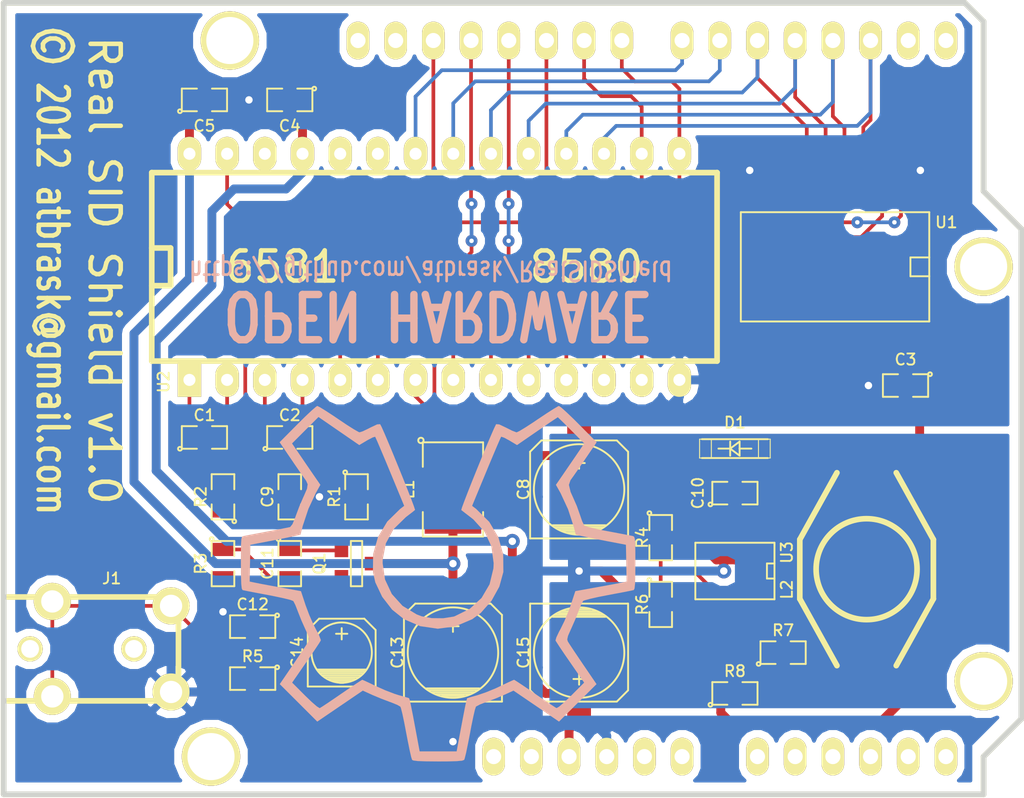
<source format=kicad_pcb>
(kicad_pcb (version 4) (host pcbnew 4.0.4-stable)

  (general
    (links 83)
    (no_connects 0)
    (area 60.2107 41.96334 130.693161 99.68992)
    (thickness 1.6002)
    (drawings 15)
    (tracks 341)
    (zones 0)
    (modules 31)
    (nets 36)
  )

  (page A4)
  (title_block
    (date "28 jul 2012")
  )

  (layers
    (0 Front signal)
    (31 Back signal)
    (32 B.Adhes user)
    (33 F.Adhes user)
    (34 B.Paste user)
    (35 F.Paste user)
    (36 B.SilkS user)
    (37 F.SilkS user)
    (38 B.Mask user)
    (39 F.Mask user)
    (40 Dwgs.User user)
    (41 Cmts.User user)
    (42 Eco1.User user)
    (43 Eco2.User user)
    (44 Edge.Cuts user)
  )

  (setup
    (last_trace_width 0.24892)
    (trace_clearance 0.20066)
    (zone_clearance 0.508)
    (zone_45_only no)
    (trace_min 0.20066)
    (segment_width 0.381)
    (edge_width 0.381)
    (via_size 0.8001)
    (via_drill 0.29972)
    (via_min_size 0.8001)
    (via_min_drill 0.29972)
    (uvia_size 0.508)
    (uvia_drill 0.127)
    (uvias_allowed no)
    (uvia_min_size 0.508)
    (uvia_min_drill 0.127)
    (pcb_text_width 0.3048)
    (pcb_text_size 1.524 2.032)
    (mod_edge_width 0.12446)
    (mod_text_size 0.7493 0.7493)
    (mod_text_width 0.12446)
    (pad_size 2.99974 2.99974)
    (pad_drill 0)
    (pad_to_mask_clearance 0.254)
    (aux_axis_origin 0 0)
    (visible_elements FFFFFF7F)
    (pcbplotparams
      (layerselection 0x00030_80000001)
      (usegerberextensions true)
      (excludeedgelayer false)
      (linewidth 0.150000)
      (plotframeref false)
      (viasonmask false)
      (mode 1)
      (useauxorigin false)
      (hpglpennumber 1)
      (hpglpenspeed 20)
      (hpglpendiameter 15)
      (hpglpenoverlay 0)
      (psnegative false)
      (psa4output false)
      (plotreference true)
      (plotvalue true)
      (plotinvisibletext false)
      (padsonsilk false)
      (subtractmaskfromsilk true)
      (outputformat 1)
      (mirror false)
      (drillshape 0)
      (scaleselection 1)
      (outputdirectory gerbers/))
  )

  (net 0 "")
  (net 1 A0)
  (net 2 A1)
  (net 3 A2)
  (net 4 A3)
  (net 5 A4)
  (net 6 D0)
  (net 7 D1)
  (net 8 D2)
  (net 9 D3)
  (net 10 D4)
  (net 11 D5)
  (net 12 D6)
  (net 13 D7)
  (net 14 GND)
  (net 15 LATCH_CLOCK)
  (net 16 N-000001)
  (net 17 N-000018)
  (net 18 N-000019)
  (net 19 N-000020)
  (net 20 N-000021)
  (net 21 N-000022)
  (net 22 N-000039)
  (net 23 N-000040)
  (net 24 N-000045)
  (net 25 N-000046)
  (net 26 N-000047)
  (net 27 N-000048)
  (net 28 N-000049)
  (net 29 N-000050)
  (net 30 R/W)
  (net 31 SID_CLOCK)
  (net 32 SID_CS)
  (net 33 SID_RESET)
  (net 34 VCC)
  (net 35 VDD)

  (net_class Default "This is the default net class."
    (clearance 0.20066)
    (trace_width 0.24892)
    (via_dia 0.8001)
    (via_drill 0.29972)
    (uvia_dia 0.508)
    (uvia_drill 0.127)
    (add_net A0)
    (add_net A1)
    (add_net A2)
    (add_net A3)
    (add_net A4)
    (add_net D0)
    (add_net D1)
    (add_net D2)
    (add_net D3)
    (add_net D4)
    (add_net D5)
    (add_net D6)
    (add_net D7)
    (add_net LATCH_CLOCK)
    (add_net N-000001)
    (add_net N-000018)
    (add_net N-000019)
    (add_net N-000020)
    (add_net N-000021)
    (add_net N-000022)
    (add_net N-000039)
    (add_net N-000040)
    (add_net N-000045)
    (add_net N-000046)
    (add_net N-000047)
    (add_net N-000048)
    (add_net N-000049)
    (add_net N-000050)
    (add_net R/W)
    (add_net SID_CLOCK)
    (add_net SID_CS)
    (add_net SID_RESET)
  )

  (net_class Power ""
    (clearance 0.20066)
    (trace_width 0.59944)
    (via_dia 1.00076)
    (via_drill 0.50038)
    (uvia_dia 0.508)
    (uvia_drill 0.127)
    (add_net GND)
    (add_net VCC)
    (add_net VDD)
  )

  (module SOT23EBC (layer Front) (tedit 4FDFA022) (tstamp 4F666D4B)
    (at 85.49894 82.75066 90)
    (descr "Module CMS SOT23 Transistore EBC")
    (tags "CMS SOT")
    (path /4F3818DB)
    (attr smd)
    (fp_text reference Q1 (at 0 -2.49936 90) (layer F.SilkS)
      (effects (font (size 0.7493 0.7493) (thickness 0.12446)))
    )
    (fp_text value BC847 (at 0 0 90) (layer F.SilkS) hide
      (effects (font (size 0.7493 0.7493) (thickness 0.12446)))
    )
    (fp_line (start -1.524 -0.381) (end 1.524 -0.381) (layer F.SilkS) (width 0.127))
    (fp_line (start 1.524 -0.381) (end 1.524 0.381) (layer F.SilkS) (width 0.127))
    (fp_line (start 1.524 0.381) (end -1.524 0.381) (layer F.SilkS) (width 0.127))
    (fp_line (start -1.524 0.381) (end -1.524 -0.381) (layer F.SilkS) (width 0.127))
    (pad 1 smd rect (at -0.889 -1.016 90) (size 0.9144 0.9144) (layers Front F.Paste F.Mask)
      (net 22 N-000039))
    (pad 2 smd rect (at 0.889 -1.016 90) (size 0.9144 0.9144) (layers Front F.Paste F.Mask)
      (net 25 N-000046))
    (pad 3 smd rect (at 0 1.016 90) (size 0.9144 0.9144) (layers Front F.Paste F.Mask)
      (net 35 VDD))
    (model smd/cms_sot23.wrl
      (at (xyz 0 0 0))
      (scale (xyz 0.13 0.15 0.15))
      (rotate (xyz 0 0 0))
    )
  )

  (module SO8E (layer Front) (tedit 4FDFACCA) (tstamp 4F666D4C)
    (at 111.00054 83.25104 180)
    (descr "module CMS SOJ 8 pins etroit")
    (tags "CMS SOJ")
    (path /4F4D33B2)
    (attr smd)
    (fp_text reference U3 (at -3.50012 1.25222 270) (layer F.SilkS)
      (effects (font (size 0.7493 0.7493) (thickness 0.12446)))
    )
    (fp_text value MC34063 (at 0 -0.99822 180) (layer F.SilkS) hide
      (effects (font (size 0.7493 0.7493) (thickness 0.12446)))
    )
    (fp_line (start -2.667 1.778) (end -2.667 1.905) (layer F.SilkS) (width 0.127))
    (fp_line (start -2.667 1.905) (end 2.667 1.905) (layer F.SilkS) (width 0.127))
    (fp_line (start 2.667 -1.905) (end -2.667 -1.905) (layer F.SilkS) (width 0.127))
    (fp_line (start -2.667 -1.905) (end -2.667 1.778) (layer F.SilkS) (width 0.127))
    (fp_line (start -2.667 -0.508) (end -2.159 -0.508) (layer F.SilkS) (width 0.127))
    (fp_line (start -2.159 -0.508) (end -2.159 0.508) (layer F.SilkS) (width 0.127))
    (fp_line (start -2.159 0.508) (end -2.667 0.508) (layer F.SilkS) (width 0.127))
    (fp_line (start 2.667 -1.905) (end 2.667 1.905) (layer F.SilkS) (width 0.127))
    (pad 8 smd rect (at -1.905 -2.667 180) (size 0.508 1.143) (layers Front F.Paste F.Mask)
      (net 17 N-000018))
    (pad 1 smd rect (at -1.905 2.667 180) (size 0.508 1.143) (layers Front F.Paste F.Mask)
      (net 28 N-000049))
    (pad 7 smd rect (at -0.635 -2.667 180) (size 0.508 1.143) (layers Front F.Paste F.Mask)
      (net 29 N-000050))
    (pad 6 smd rect (at 0.635 -2.667 180) (size 0.508 1.143) (layers Front F.Paste F.Mask)
      (net 34 VCC))
    (pad 5 smd rect (at 1.905 -2.667 180) (size 0.508 1.143) (layers Front F.Paste F.Mask)
      (net 27 N-000048))
    (pad 2 smd rect (at -0.635 2.667 180) (size 0.508 1.143) (layers Front F.Paste F.Mask)
      (net 14 GND))
    (pad 3 smd rect (at 0.635 2.667 180) (size 0.508 1.143) (layers Front F.Paste F.Mask)
      (net 18 N-000019))
    (pad 4 smd rect (at 1.905 2.667 180) (size 0.508 1.143) (layers Front F.Paste F.Mask)
      (net 14 GND))
    (model smd/cms_so8.wrl
      (at (xyz 0 0 0))
      (scale (xyz 0.5 0.32 0.5))
      (rotate (xyz 0 0 0))
    )
  )

  (module SO20L (layer Front) (tedit 4FDFAC8F) (tstamp 4F666D4D)
    (at 117.74932 62.7507 180)
    (descr "Cms SOJ 20 pins large")
    (tags "CMS SOJ")
    (path /4F6B750F)
    (attr smd)
    (fp_text reference U1 (at -7.50062 2.99974 180) (layer F.SilkS)
      (effects (font (size 0.7493 0.7493) (thickness 0.12446)))
    )
    (fp_text value 74574 (at 0 0 180) (layer F.SilkS) hide
      (effects (font (size 0.7493 0.7493) (thickness 0.12446)))
    )
    (fp_line (start 6.35 3.683) (end 6.35 -3.683) (layer F.SilkS) (width 0.127))
    (fp_line (start -6.35 -3.683) (end -6.35 3.683) (layer F.SilkS) (width 0.127))
    (fp_line (start 6.35 3.683) (end -6.35 3.683) (layer F.SilkS) (width 0.127))
    (fp_line (start -6.35 -3.683) (end 6.35 -3.683) (layer F.SilkS) (width 0.127))
    (fp_line (start -6.35 -0.635) (end -5.08 -0.635) (layer F.SilkS) (width 0.127))
    (fp_line (start -5.08 -0.635) (end -5.08 0.635) (layer F.SilkS) (width 0.127))
    (fp_line (start -5.08 0.635) (end -6.35 0.635) (layer F.SilkS) (width 0.127))
    (pad 11 smd rect (at 5.715 -4.826 180) (size 0.508 1.27) (layers Front F.Paste F.Mask)
      (net 15 LATCH_CLOCK))
    (pad 12 smd rect (at 4.445 -4.826 180) (size 0.508 1.27) (layers Front F.Paste F.Mask))
    (pad 13 smd rect (at 3.175 -4.826 180) (size 0.508 1.27) (layers Front F.Paste F.Mask))
    (pad 14 smd rect (at 1.905 -4.826 180) (size 0.508 1.27) (layers Front F.Paste F.Mask)
      (net 30 R/W))
    (pad 15 smd rect (at 0.635 -4.826 180) (size 0.508 1.27) (layers Front F.Paste F.Mask)
      (net 5 A4))
    (pad 16 smd rect (at -0.635 -4.826 180) (size 0.508 1.27) (layers Front F.Paste F.Mask)
      (net 4 A3))
    (pad 17 smd rect (at -1.905 -4.826 180) (size 0.508 1.27) (layers Front F.Paste F.Mask)
      (net 3 A2))
    (pad 18 smd rect (at -3.175 -4.826 180) (size 0.508 1.27) (layers Front F.Paste F.Mask)
      (net 2 A1))
    (pad 19 smd rect (at -4.445 -4.826 180) (size 0.508 1.27) (layers Front F.Paste F.Mask)
      (net 1 A0))
    (pad 20 smd rect (at -5.715 -4.826 180) (size 0.508 1.27) (layers Front F.Paste F.Mask)
      (net 34 VCC))
    (pad 1 smd rect (at -5.715 4.826 180) (size 0.508 1.27) (layers Front F.Paste F.Mask)
      (net 14 GND))
    (pad 2 smd rect (at -4.445 4.826 180) (size 0.508 1.27) (layers Front F.Paste F.Mask)
      (net 6 D0))
    (pad 3 smd rect (at -3.175 4.826 180) (size 0.508 1.27) (layers Front F.Paste F.Mask)
      (net 7 D1))
    (pad 4 smd rect (at -1.905 4.826 180) (size 0.508 1.27) (layers Front F.Paste F.Mask)
      (net 8 D2))
    (pad 5 smd rect (at -0.635 4.826 180) (size 0.508 1.27) (layers Front F.Paste F.Mask)
      (net 9 D3))
    (pad 6 smd rect (at 0.635 4.826 180) (size 0.508 1.27) (layers Front F.Paste F.Mask)
      (net 10 D4))
    (pad 7 smd rect (at 1.905 4.826 180) (size 0.508 1.27) (layers Front F.Paste F.Mask)
      (net 11 D5))
    (pad 8 smd rect (at 3.175 4.826 180) (size 0.508 1.27) (layers Front F.Paste F.Mask))
    (pad 9 smd rect (at 4.445 4.826 180) (size 0.508 1.27) (layers Front F.Paste F.Mask))
    (pad 10 smd rect (at 5.715 4.826 180) (size 0.508 1.27) (layers Front F.Paste F.Mask)
      (net 14 GND))
    (model smd/cms_so20.wrl
      (at (xyz 0 0 0))
      (scale (xyz 0.5 0.6 0.5))
      (rotate (xyz 0 0 0))
    )
  )

  (module SM1812 (layer Front) (tedit 4FDFA96B) (tstamp 4F666D4E)
    (at 91.9988 77.75194 270)
    (tags "CMS SM")
    (path /4F4D42AD)
    (attr smd)
    (fp_text reference L1 (at -0.00254 2.99974 270) (layer F.SilkS)
      (effects (font (size 0.7493 0.7493) (thickness 0.12446)))
    )
    (fp_text value 1uH (at -0.00254 0 360) (layer F.SilkS) hide
      (effects (font (size 0.7493 0.7493) (thickness 0.12446)))
    )
    (fp_circle (center -3.302 2.159) (end -3.175 2.032) (layer F.SilkS) (width 0.127))
    (fp_line (start 1.524 2.032) (end 3.175 2.032) (layer F.SilkS) (width 0.127))
    (fp_line (start 3.175 2.032) (end 3.175 -2.032) (layer F.SilkS) (width 0.127))
    (fp_line (start 3.175 -2.032) (end 1.524 -2.032) (layer F.SilkS) (width 0.127))
    (fp_line (start -1.524 -2.032) (end -3.175 -2.032) (layer F.SilkS) (width 0.127))
    (fp_line (start -3.175 -2.032) (end -3.175 2.032) (layer F.SilkS) (width 0.127))
    (fp_line (start -3.175 2.032) (end -1.524 2.032) (layer F.SilkS) (width 0.127))
    (pad 1 smd rect (at -2.286 0 270) (size 1.397 3.81) (layers Front F.Paste F.Mask)
      (net 26 N-000047))
    (pad 2 smd rect (at 2.286 0 270) (size 1.397 3.81) (layers Front F.Paste F.Mask)
      (net 35 VDD))
    (model smd/chip_cms.wrl
      (at (xyz 0 0 0))
      (scale (xyz 0.21 0.3 0.2))
      (rotate (xyz 0 0 0))
    )
  )

  (module SM0805 (layer Front) (tedit 4FB551C3) (tstamp 4F666D4F)
    (at 75.25004 74.24928)
    (path /4F382D10)
    (attr smd)
    (fp_text reference C1 (at 0 -1.4986) (layer F.SilkS)
      (effects (font (size 0.7493 0.7493) (thickness 0.12446)))
    )
    (fp_text value 22nF_ (at 0 0 90) (layer F.SilkS) hide
      (effects (font (size 0.7493 0.7493) (thickness 0.12446)))
    )
    (fp_circle (center -1.651 0.762) (end -1.651 0.635) (layer F.SilkS) (width 0.127))
    (fp_line (start -0.508 0.762) (end -1.524 0.762) (layer F.SilkS) (width 0.127))
    (fp_line (start -1.524 0.762) (end -1.524 -0.762) (layer F.SilkS) (width 0.127))
    (fp_line (start -1.524 -0.762) (end -0.508 -0.762) (layer F.SilkS) (width 0.127))
    (fp_line (start 0.508 -0.762) (end 1.524 -0.762) (layer F.SilkS) (width 0.127))
    (fp_line (start 1.524 -0.762) (end 1.524 0.762) (layer F.SilkS) (width 0.127))
    (fp_line (start 1.524 0.762) (end 0.508 0.762) (layer F.SilkS) (width 0.127))
    (pad 1 smd rect (at -0.9525 0) (size 0.889 1.397) (layers Front F.Paste F.Mask)
      (net 21 N-000022))
    (pad 2 smd rect (at 0.9525 0) (size 0.889 1.397) (layers Front F.Paste F.Mask)
      (net 16 N-000001))
    (model smd/chip_cms.wrl
      (at (xyz 0 0 0))
      (scale (xyz 0.1 0.1 0.1))
      (rotate (xyz 0 0 0))
    )
  )

  (module SM0805 (layer Front) (tedit 4FDFA945) (tstamp 4F666D51)
    (at 111.00054 91.50096)
    (path /4F4D3F6D)
    (attr smd)
    (fp_text reference R8 (at 0 -1.50114) (layer F.SilkS)
      (effects (font (size 0.7493 0.7493) (thickness 0.12446)))
    )
    (fp_text value 1.0_ohm (at 0 0 90) (layer F.SilkS) hide
      (effects (font (size 0.7493 0.7493) (thickness 0.12446)))
    )
    (fp_circle (center -1.651 0.762) (end -1.651 0.635) (layer F.SilkS) (width 0.127))
    (fp_line (start -0.508 0.762) (end -1.524 0.762) (layer F.SilkS) (width 0.127))
    (fp_line (start -1.524 0.762) (end -1.524 -0.762) (layer F.SilkS) (width 0.127))
    (fp_line (start -1.524 -0.762) (end -0.508 -0.762) (layer F.SilkS) (width 0.127))
    (fp_line (start 0.508 -0.762) (end 1.524 -0.762) (layer F.SilkS) (width 0.127))
    (fp_line (start 1.524 -0.762) (end 1.524 0.762) (layer F.SilkS) (width 0.127))
    (fp_line (start 1.524 0.762) (end 0.508 0.762) (layer F.SilkS) (width 0.127))
    (pad 1 smd rect (at -0.9525 0) (size 0.889 1.397) (layers Front F.Paste F.Mask)
      (net 34 VCC))
    (pad 2 smd rect (at 0.9525 0) (size 0.889 1.397) (layers Front F.Paste F.Mask)
      (net 29 N-000050))
    (model smd/chip_cms.wrl
      (at (xyz 0 0 0))
      (scale (xyz 0.1 0.1 0.1))
      (rotate (xyz 0 0 0))
    )
  )

  (module SM0805 (layer Front) (tedit 4FDFA940) (tstamp 4F666D53)
    (at 114.2492 88.75014)
    (path /4F4D3EB9)
    (attr smd)
    (fp_text reference R7 (at 0 -1.50114) (layer F.SilkS)
      (effects (font (size 0.7493 0.7493) (thickness 0.12446)))
    )
    (fp_text value 180_ohm (at 0 -0.24892 90) (layer F.SilkS) hide
      (effects (font (size 0.7493 0.7493) (thickness 0.12446)))
    )
    (fp_circle (center -1.651 0.762) (end -1.651 0.635) (layer F.SilkS) (width 0.127))
    (fp_line (start -0.508 0.762) (end -1.524 0.762) (layer F.SilkS) (width 0.127))
    (fp_line (start -1.524 0.762) (end -1.524 -0.762) (layer F.SilkS) (width 0.127))
    (fp_line (start -1.524 -0.762) (end -0.508 -0.762) (layer F.SilkS) (width 0.127))
    (fp_line (start 0.508 -0.762) (end 1.524 -0.762) (layer F.SilkS) (width 0.127))
    (fp_line (start 1.524 -0.762) (end 1.524 0.762) (layer F.SilkS) (width 0.127))
    (fp_line (start 1.524 0.762) (end 0.508 0.762) (layer F.SilkS) (width 0.127))
    (pad 1 smd rect (at -0.9525 0) (size 0.889 1.397) (layers Front F.Paste F.Mask)
      (net 17 N-000018))
    (pad 2 smd rect (at 0.9525 0) (size 0.889 1.397) (layers Front F.Paste F.Mask)
      (net 29 N-000050))
    (model smd/chip_cms.wrl
      (at (xyz 0 0 0))
      (scale (xyz 0.1 0.1 0.1))
      (rotate (xyz 0 0 0))
    )
  )

  (module SM0805 (layer Front) (tedit 4FDFA979) (tstamp 4F666D55)
    (at 105.99928 85.50148 270)
    (path /4F4D41AC)
    (attr smd)
    (fp_text reference R6 (at 0 1.24968 270) (layer F.SilkS)
      (effects (font (size 0.7493 0.7493) (thickness 0.12446)))
    )
    (fp_text value 1k_ (at -0.00254 0 360) (layer F.SilkS) hide
      (effects (font (size 0.7493 0.7493) (thickness 0.12446)))
    )
    (fp_circle (center -1.651 0.762) (end -1.651 0.635) (layer F.SilkS) (width 0.127))
    (fp_line (start -0.508 0.762) (end -1.524 0.762) (layer F.SilkS) (width 0.127))
    (fp_line (start -1.524 0.762) (end -1.524 -0.762) (layer F.SilkS) (width 0.127))
    (fp_line (start -1.524 -0.762) (end -0.508 -0.762) (layer F.SilkS) (width 0.127))
    (fp_line (start 0.508 -0.762) (end 1.524 -0.762) (layer F.SilkS) (width 0.127))
    (fp_line (start 1.524 -0.762) (end 1.524 0.762) (layer F.SilkS) (width 0.127))
    (fp_line (start 1.524 0.762) (end 0.508 0.762) (layer F.SilkS) (width 0.127))
    (pad 1 smd rect (at -0.9525 0 270) (size 0.889 1.397) (layers Front F.Paste F.Mask)
      (net 27 N-000048))
    (pad 2 smd rect (at 0.9525 0 270) (size 0.889 1.397) (layers Front F.Paste F.Mask)
      (net 14 GND))
    (model smd/chip_cms.wrl
      (at (xyz 0 0 0))
      (scale (xyz 0.1 0.1 0.1))
      (rotate (xyz 0 0 0))
    )
  )

  (module SM0805 (layer Front) (tedit 4FDFA02C) (tstamp 4F666D57)
    (at 78.50124 90.5002 180)
    (path /4F3822CB)
    (attr smd)
    (fp_text reference R5 (at 0 1.50114 180) (layer F.SilkS)
      (effects (font (size 0.7493 0.7493) (thickness 0.12446)))
    )
    (fp_text value 47K (at 0 0 270) (layer F.SilkS) hide
      (effects (font (size 0.7493 0.7493) (thickness 0.12446)))
    )
    (fp_circle (center -1.651 0.762) (end -1.651 0.635) (layer F.SilkS) (width 0.127))
    (fp_line (start -0.508 0.762) (end -1.524 0.762) (layer F.SilkS) (width 0.127))
    (fp_line (start -1.524 0.762) (end -1.524 -0.762) (layer F.SilkS) (width 0.127))
    (fp_line (start -1.524 -0.762) (end -0.508 -0.762) (layer F.SilkS) (width 0.127))
    (fp_line (start 0.508 -0.762) (end 1.524 -0.762) (layer F.SilkS) (width 0.127))
    (fp_line (start 1.524 -0.762) (end 1.524 0.762) (layer F.SilkS) (width 0.127))
    (fp_line (start 1.524 0.762) (end 0.508 0.762) (layer F.SilkS) (width 0.127))
    (pad 1 smd rect (at -0.9525 0 180) (size 0.889 1.397) (layers Front F.Paste F.Mask)
      (net 23 N-000040))
    (pad 2 smd rect (at 0.9525 0 180) (size 0.889 1.397) (layers Front F.Paste F.Mask)
      (net 14 GND))
    (model smd/chip_cms.wrl
      (at (xyz 0 0 0))
      (scale (xyz 0.1 0.1 0.1))
      (rotate (xyz 0 0 0))
    )
  )

  (module SM0805 (layer Front) (tedit 4FDFA97C) (tstamp 4F666D59)
    (at 105.99928 81.0006 270)
    (path /4F4D4163)
    (attr smd)
    (fp_text reference R4 (at 0 1.24968 270) (layer F.SilkS)
      (effects (font (size 0.7493 0.7493) (thickness 0.12446)))
    )
    (fp_text value 6k2_ (at 0 0 360) (layer F.SilkS) hide
      (effects (font (size 0.7493 0.7493) (thickness 0.12446)))
    )
    (fp_circle (center -1.651 0.762) (end -1.651 0.635) (layer F.SilkS) (width 0.127))
    (fp_line (start -0.508 0.762) (end -1.524 0.762) (layer F.SilkS) (width 0.127))
    (fp_line (start -1.524 0.762) (end -1.524 -0.762) (layer F.SilkS) (width 0.127))
    (fp_line (start -1.524 -0.762) (end -0.508 -0.762) (layer F.SilkS) (width 0.127))
    (fp_line (start 0.508 -0.762) (end 1.524 -0.762) (layer F.SilkS) (width 0.127))
    (fp_line (start 1.524 -0.762) (end 1.524 0.762) (layer F.SilkS) (width 0.127))
    (fp_line (start 1.524 0.762) (end 0.508 0.762) (layer F.SilkS) (width 0.127))
    (pad 1 smd rect (at -0.9525 0 270) (size 0.889 1.397) (layers Front F.Paste F.Mask)
      (net 26 N-000047))
    (pad 2 smd rect (at 0.9525 0 270) (size 0.889 1.397) (layers Front F.Paste F.Mask)
      (net 27 N-000048))
    (model smd/chip_cms.wrl
      (at (xyz 0 0 0))
      (scale (xyz 0.1 0.1 0.1))
      (rotate (xyz 0 0 0))
    )
  )

  (module SM0805 (layer Front) (tedit 4FDFA019) (tstamp 4F666D5B)
    (at 76.49972 82.75066 270)
    (path /4F381DDE)
    (attr smd)
    (fp_text reference R3 (at 0 1.4986 270) (layer F.SilkS)
      (effects (font (size 0.7493 0.7493) (thickness 0.12446)))
    )
    (fp_text value 1K (at 0 0 360) (layer F.SilkS) hide
      (effects (font (size 0.7493 0.7493) (thickness 0.12446)))
    )
    (fp_circle (center -1.651 0.762) (end -1.651 0.635) (layer F.SilkS) (width 0.127))
    (fp_line (start -0.508 0.762) (end -1.524 0.762) (layer F.SilkS) (width 0.127))
    (fp_line (start -1.524 0.762) (end -1.524 -0.762) (layer F.SilkS) (width 0.127))
    (fp_line (start -1.524 -0.762) (end -0.508 -0.762) (layer F.SilkS) (width 0.127))
    (fp_line (start 0.508 -0.762) (end 1.524 -0.762) (layer F.SilkS) (width 0.127))
    (fp_line (start 1.524 -0.762) (end 1.524 0.762) (layer F.SilkS) (width 0.127))
    (fp_line (start 1.524 0.762) (end 0.508 0.762) (layer F.SilkS) (width 0.127))
    (pad 1 smd rect (at -0.9525 0 270) (size 0.889 1.397) (layers Front F.Paste F.Mask)
      (net 22 N-000039))
    (pad 2 smd rect (at 0.9525 0 270) (size 0.889 1.397) (layers Front F.Paste F.Mask)
      (net 14 GND))
    (model smd/chip_cms.wrl
      (at (xyz 0 0 0))
      (scale (xyz 0.1 0.1 0.1))
      (rotate (xyz 0 0 0))
    )
  )

  (module SM0805 (layer Front) (tedit 4FDFA003) (tstamp 4F666D5D)
    (at 76.49972 78.24978 90)
    (path /4F381878)
    (attr smd)
    (fp_text reference R2 (at 0 -1.4986 90) (layer F.SilkS)
      (effects (font (size 0.7493 0.7493) (thickness 0.12446)))
    )
    (fp_text value 10K (at 0 -0.24892 180) (layer F.SilkS) hide
      (effects (font (size 0.7493 0.7493) (thickness 0.12446)))
    )
    (fp_circle (center -1.651 0.762) (end -1.651 0.635) (layer F.SilkS) (width 0.127))
    (fp_line (start -0.508 0.762) (end -1.524 0.762) (layer F.SilkS) (width 0.127))
    (fp_line (start -1.524 0.762) (end -1.524 -0.762) (layer F.SilkS) (width 0.127))
    (fp_line (start -1.524 -0.762) (end -0.508 -0.762) (layer F.SilkS) (width 0.127))
    (fp_line (start 0.508 -0.762) (end 1.524 -0.762) (layer F.SilkS) (width 0.127))
    (fp_line (start 1.524 -0.762) (end 1.524 0.762) (layer F.SilkS) (width 0.127))
    (fp_line (start 1.524 0.762) (end 0.508 0.762) (layer F.SilkS) (width 0.127))
    (pad 1 smd rect (at -0.9525 0 90) (size 0.889 1.397) (layers Front F.Paste F.Mask)
      (net 25 N-000046))
    (pad 2 smd rect (at 0.9525 0 90) (size 0.889 1.397) (layers Front F.Paste F.Mask)
      (net 24 N-000045))
    (model smd/chip_cms.wrl
      (at (xyz 0 0 0))
      (scale (xyz 0.1 0.1 0.1))
      (rotate (xyz 0 0 0))
    )
  )

  (module SM0805 (layer Front) (tedit 4FDFA00C) (tstamp 4F67B751)
    (at 85.49894 78.24978 270)
    (path /4F381872)
    (attr smd)
    (fp_text reference R1 (at 0 1.4986 270) (layer F.SilkS)
      (effects (font (size 0.7493 0.7493) (thickness 0.12446)))
    )
    (fp_text value NC_ (at 0 0 360) (layer F.SilkS) hide
      (effects (font (size 0.7493 0.7493) (thickness 0.12446)))
    )
    (fp_circle (center -1.651 0.762) (end -1.651 0.635) (layer F.SilkS) (width 0.127))
    (fp_line (start -0.508 0.762) (end -1.524 0.762) (layer F.SilkS) (width 0.127))
    (fp_line (start -1.524 0.762) (end -1.524 -0.762) (layer F.SilkS) (width 0.127))
    (fp_line (start -1.524 -0.762) (end -0.508 -0.762) (layer F.SilkS) (width 0.127))
    (fp_line (start 0.508 -0.762) (end 1.524 -0.762) (layer F.SilkS) (width 0.127))
    (fp_line (start 1.524 -0.762) (end 1.524 0.762) (layer F.SilkS) (width 0.127))
    (fp_line (start 1.524 0.762) (end 0.508 0.762) (layer F.SilkS) (width 0.127))
    (pad 1 smd rect (at -0.9525 0 270) (size 0.889 1.397) (layers Front F.Paste F.Mask)
      (net 24 N-000045))
    (pad 2 smd rect (at 0.9525 0 270) (size 0.889 1.397) (layers Front F.Paste F.Mask)
      (net 14 GND))
    (model smd/chip_cms.wrl
      (at (xyz 0 0 0))
      (scale (xyz 0.1 0.1 0.1))
      (rotate (xyz 0 0 0))
    )
  )

  (module SM0805 (layer Front) (tedit 4FDFA008) (tstamp 4F666D61)
    (at 81.0006 78.24978 90)
    (path /4F381881)
    (attr smd)
    (fp_text reference C9 (at 0 -1.50114 90) (layer F.SilkS)
      (effects (font (size 0.7493 0.7493) (thickness 0.12446)))
    )
    (fp_text value 1nF (at 0 0 180) (layer F.SilkS) hide
      (effects (font (size 0.7493 0.7493) (thickness 0.12446)))
    )
    (fp_circle (center -1.651 0.762) (end -1.651 0.635) (layer F.SilkS) (width 0.127))
    (fp_line (start -0.508 0.762) (end -1.524 0.762) (layer F.SilkS) (width 0.127))
    (fp_line (start -1.524 0.762) (end -1.524 -0.762) (layer F.SilkS) (width 0.127))
    (fp_line (start -1.524 -0.762) (end -0.508 -0.762) (layer F.SilkS) (width 0.127))
    (fp_line (start 0.508 -0.762) (end 1.524 -0.762) (layer F.SilkS) (width 0.127))
    (fp_line (start 1.524 -0.762) (end 1.524 0.762) (layer F.SilkS) (width 0.127))
    (fp_line (start 1.524 0.762) (end 0.508 0.762) (layer F.SilkS) (width 0.127))
    (pad 1 smd rect (at -0.9525 0 90) (size 0.889 1.397) (layers Front F.Paste F.Mask)
      (net 25 N-000046))
    (pad 2 smd rect (at 0.9525 0 90) (size 0.889 1.397) (layers Front F.Paste F.Mask)
      (net 14 GND))
    (model smd/chip_cms.wrl
      (at (xyz 0 0 0))
      (scale (xyz 0.1 0.1 0.1))
      (rotate (xyz 0 0 0))
    )
  )

  (module SM0805 (layer Front) (tedit 4FB551C8) (tstamp 4F666D63)
    (at 81.0006 74.24928)
    (path /4F382D18)
    (attr smd)
    (fp_text reference C2 (at 0 -1.4986) (layer F.SilkS)
      (effects (font (size 0.7493 0.7493) (thickness 0.12446)))
    )
    (fp_text value 22nF_ (at 0 0 90) (layer F.SilkS) hide
      (effects (font (size 0.7493 0.7493) (thickness 0.12446)))
    )
    (fp_circle (center -1.651 0.762) (end -1.651 0.635) (layer F.SilkS) (width 0.127))
    (fp_line (start -0.508 0.762) (end -1.524 0.762) (layer F.SilkS) (width 0.127))
    (fp_line (start -1.524 0.762) (end -1.524 -0.762) (layer F.SilkS) (width 0.127))
    (fp_line (start -1.524 -0.762) (end -0.508 -0.762) (layer F.SilkS) (width 0.127))
    (fp_line (start 0.508 -0.762) (end 1.524 -0.762) (layer F.SilkS) (width 0.127))
    (fp_line (start 1.524 -0.762) (end 1.524 0.762) (layer F.SilkS) (width 0.127))
    (fp_line (start 1.524 0.762) (end 0.508 0.762) (layer F.SilkS) (width 0.127))
    (pad 1 smd rect (at -0.9525 0) (size 0.889 1.397) (layers Front F.Paste F.Mask)
      (net 20 N-000021))
    (pad 2 smd rect (at 0.9525 0) (size 0.889 1.397) (layers Front F.Paste F.Mask)
      (net 19 N-000020))
    (model smd/chip_cms.wrl
      (at (xyz 0 0 0))
      (scale (xyz 0.1 0.1 0.1))
      (rotate (xyz 0 0 0))
    )
  )

  (module SM0805 (layer Front) (tedit 4FDFA99D) (tstamp 4F666D65)
    (at 122.49912 70.74916 180)
    (path /4F46A764)
    (attr smd)
    (fp_text reference C3 (at 0 1.75006 180) (layer F.SilkS)
      (effects (font (size 0.7493 0.7493) (thickness 0.12446)))
    )
    (fp_text value 100nF (at 0 0 270) (layer F.SilkS) hide
      (effects (font (size 0.7493 0.7493) (thickness 0.12446)))
    )
    (fp_circle (center -1.651 0.762) (end -1.651 0.635) (layer F.SilkS) (width 0.127))
    (fp_line (start -0.508 0.762) (end -1.524 0.762) (layer F.SilkS) (width 0.127))
    (fp_line (start -1.524 0.762) (end -1.524 -0.762) (layer F.SilkS) (width 0.127))
    (fp_line (start -1.524 -0.762) (end -0.508 -0.762) (layer F.SilkS) (width 0.127))
    (fp_line (start 0.508 -0.762) (end 1.524 -0.762) (layer F.SilkS) (width 0.127))
    (fp_line (start 1.524 -0.762) (end 1.524 0.762) (layer F.SilkS) (width 0.127))
    (fp_line (start 1.524 0.762) (end 0.508 0.762) (layer F.SilkS) (width 0.127))
    (pad 1 smd rect (at -0.9525 0 180) (size 0.889 1.397) (layers Front F.Paste F.Mask)
      (net 34 VCC))
    (pad 2 smd rect (at 0.9525 0 180) (size 0.889 1.397) (layers Front F.Paste F.Mask)
      (net 14 GND))
    (model smd/chip_cms.wrl
      (at (xyz 0 0 0))
      (scale (xyz 0.1 0.1 0.1))
      (rotate (xyz 0 0 0))
    )
  )

  (module SM0805 (layer Front) (tedit 4FDFA8DA) (tstamp 4F666D67)
    (at 81.0006 51.50104 180)
    (path /4F4BF511)
    (attr smd)
    (fp_text reference C4 (at 0 -1.75006 180) (layer F.SilkS)
      (effects (font (size 0.7493 0.7493) (thickness 0.12446)))
    )
    (fp_text value 100nF (at 0 0 270) (layer F.SilkS) hide
      (effects (font (size 0.7493 0.7493) (thickness 0.12446)))
    )
    (fp_circle (center -1.651 0.762) (end -1.651 0.635) (layer F.SilkS) (width 0.127))
    (fp_line (start -0.508 0.762) (end -1.524 0.762) (layer F.SilkS) (width 0.127))
    (fp_line (start -1.524 0.762) (end -1.524 -0.762) (layer F.SilkS) (width 0.127))
    (fp_line (start -1.524 -0.762) (end -0.508 -0.762) (layer F.SilkS) (width 0.127))
    (fp_line (start 0.508 -0.762) (end 1.524 -0.762) (layer F.SilkS) (width 0.127))
    (fp_line (start 1.524 -0.762) (end 1.524 0.762) (layer F.SilkS) (width 0.127))
    (fp_line (start 1.524 0.762) (end 0.508 0.762) (layer F.SilkS) (width 0.127))
    (pad 1 smd rect (at -0.9525 0 180) (size 0.889 1.397) (layers Front F.Paste F.Mask)
      (net 34 VCC))
    (pad 2 smd rect (at 0.9525 0 180) (size 0.889 1.397) (layers Front F.Paste F.Mask)
      (net 14 GND))
    (model smd/chip_cms.wrl
      (at (xyz 0 0 0))
      (scale (xyz 0.1 0.1 0.1))
      (rotate (xyz 0 0 0))
    )
  )

  (module SM0805 (layer Front) (tedit 4FDFA8D7) (tstamp 4F666D69)
    (at 75.25004 51.50104)
    (path /4F46A773)
    (attr smd)
    (fp_text reference C5 (at 0 1.75006) (layer F.SilkS)
      (effects (font (size 0.7493 0.7493) (thickness 0.12446)))
    )
    (fp_text value 100nF (at 0 0 90) (layer F.SilkS) hide
      (effects (font (size 0.7493 0.7493) (thickness 0.12446)))
    )
    (fp_circle (center -1.651 0.762) (end -1.651 0.635) (layer F.SilkS) (width 0.127))
    (fp_line (start -0.508 0.762) (end -1.524 0.762) (layer F.SilkS) (width 0.127))
    (fp_line (start -1.524 0.762) (end -1.524 -0.762) (layer F.SilkS) (width 0.127))
    (fp_line (start -1.524 -0.762) (end -0.508 -0.762) (layer F.SilkS) (width 0.127))
    (fp_line (start 0.508 -0.762) (end 1.524 -0.762) (layer F.SilkS) (width 0.127))
    (fp_line (start 1.524 -0.762) (end 1.524 0.762) (layer F.SilkS) (width 0.127))
    (fp_line (start 1.524 0.762) (end 0.508 0.762) (layer F.SilkS) (width 0.127))
    (pad 1 smd rect (at -0.9525 0) (size 0.889 1.397) (layers Front F.Paste F.Mask)
      (net 35 VDD))
    (pad 2 smd rect (at 0.9525 0) (size 0.889 1.397) (layers Front F.Paste F.Mask)
      (net 14 GND))
    (model smd/chip_cms.wrl
      (at (xyz 0 0 0))
      (scale (xyz 0.1 0.1 0.1))
      (rotate (xyz 0 0 0))
    )
  )

  (module SM0805 (layer Front) (tedit 4FDFA988) (tstamp 4F666D6F)
    (at 111.00054 78.00086)
    (path /4F4D40A8)
    (attr smd)
    (fp_text reference C10 (at -2.49936 -0.00254 90) (layer F.SilkS)
      (effects (font (size 0.7493 0.7493) (thickness 0.12446)))
    )
    (fp_text value 560pF (at 0 -0.00254 90) (layer F.SilkS) hide
      (effects (font (size 0.7493 0.7493) (thickness 0.12446)))
    )
    (fp_circle (center -1.651 0.762) (end -1.651 0.635) (layer F.SilkS) (width 0.127))
    (fp_line (start -0.508 0.762) (end -1.524 0.762) (layer F.SilkS) (width 0.127))
    (fp_line (start -1.524 0.762) (end -1.524 -0.762) (layer F.SilkS) (width 0.127))
    (fp_line (start -1.524 -0.762) (end -0.508 -0.762) (layer F.SilkS) (width 0.127))
    (fp_line (start 0.508 -0.762) (end 1.524 -0.762) (layer F.SilkS) (width 0.127))
    (fp_line (start 1.524 -0.762) (end 1.524 0.762) (layer F.SilkS) (width 0.127))
    (fp_line (start 1.524 0.762) (end 0.508 0.762) (layer F.SilkS) (width 0.127))
    (pad 1 smd rect (at -0.9525 0) (size 0.889 1.397) (layers Front F.Paste F.Mask)
      (net 18 N-000019))
    (pad 2 smd rect (at 0.9525 0) (size 0.889 1.397) (layers Front F.Paste F.Mask)
      (net 14 GND))
    (model smd/chip_cms.wrl
      (at (xyz 0 0 0))
      (scale (xyz 0.1 0.1 0.1))
      (rotate (xyz 0 0 0))
    )
  )

  (module SM0805 (layer Front) (tedit 4FDFA01C) (tstamp 4F666D71)
    (at 81.0006 82.75066 270)
    (path /4F381DD6)
    (attr smd)
    (fp_text reference C11 (at 0 1.50114 270) (layer F.SilkS)
      (effects (font (size 0.7493 0.7493) (thickness 0.12446)))
    )
    (fp_text value 470pF (at 0 0 360) (layer F.SilkS) hide
      (effects (font (size 0.7493 0.7493) (thickness 0.12446)))
    )
    (fp_circle (center -1.651 0.762) (end -1.651 0.635) (layer F.SilkS) (width 0.127))
    (fp_line (start -0.508 0.762) (end -1.524 0.762) (layer F.SilkS) (width 0.127))
    (fp_line (start -1.524 0.762) (end -1.524 -0.762) (layer F.SilkS) (width 0.127))
    (fp_line (start -1.524 -0.762) (end -0.508 -0.762) (layer F.SilkS) (width 0.127))
    (fp_line (start 0.508 -0.762) (end 1.524 -0.762) (layer F.SilkS) (width 0.127))
    (fp_line (start 1.524 -0.762) (end 1.524 0.762) (layer F.SilkS) (width 0.127))
    (fp_line (start 1.524 0.762) (end 0.508 0.762) (layer F.SilkS) (width 0.127))
    (pad 1 smd rect (at -0.9525 0 270) (size 0.889 1.397) (layers Front F.Paste F.Mask)
      (net 25 N-000046))
    (pad 2 smd rect (at 0.9525 0 270) (size 0.889 1.397) (layers Front F.Paste F.Mask)
      (net 22 N-000039))
    (model smd/chip_cms.wrl
      (at (xyz 0 0 0))
      (scale (xyz 0.1 0.1 0.1))
      (rotate (xyz 0 0 0))
    )
  )

  (module SM0805 (layer Front) (tedit 4FDFA02F) (tstamp 4F666D73)
    (at 78.50124 87.00008 180)
    (path /4F382297)
    (attr smd)
    (fp_text reference C12 (at 0 1.50114 180) (layer F.SilkS)
      (effects (font (size 0.7493 0.7493) (thickness 0.12446)))
    )
    (fp_text value 220pF (at 0 0 270) (layer F.SilkS) hide
      (effects (font (size 0.7493 0.7493) (thickness 0.12446)))
    )
    (fp_circle (center -1.651 0.762) (end -1.651 0.635) (layer F.SilkS) (width 0.127))
    (fp_line (start -0.508 0.762) (end -1.524 0.762) (layer F.SilkS) (width 0.127))
    (fp_line (start -1.524 0.762) (end -1.524 -0.762) (layer F.SilkS) (width 0.127))
    (fp_line (start -1.524 -0.762) (end -0.508 -0.762) (layer F.SilkS) (width 0.127))
    (fp_line (start 0.508 -0.762) (end 1.524 -0.762) (layer F.SilkS) (width 0.127))
    (fp_line (start 1.524 -0.762) (end 1.524 0.762) (layer F.SilkS) (width 0.127))
    (fp_line (start 1.524 0.762) (end 0.508 0.762) (layer F.SilkS) (width 0.127))
    (pad 1 smd rect (at -0.9525 0 180) (size 0.889 1.397) (layers Front F.Paste F.Mask)
      (net 22 N-000039))
    (pad 2 smd rect (at 0.9525 0 180) (size 0.889 1.397) (layers Front F.Paste F.Mask)
      (net 14 GND))
    (model smd/chip_cms.wrl
      (at (xyz 0 0 0))
      (scale (xyz 0.1 0.1 0.1))
      (rotate (xyz 0 0 0))
    )
  )

  (module DIP-28__600_ELL (layer Front) (tedit 4FDFAD0C) (tstamp 4F666D77)
    (at 90.74912 62.7507)
    (descr "28 pins DIL package, elliptical pads, width 600mil")
    (tags DIL)
    (path /4F38135F)
    (fp_text reference U2 (at -18.2499 7.74954 90) (layer F.SilkS)
      (effects (font (size 0.7493 0.7493) (thickness 0.12446)))
    )
    (fp_text value "SID CHIP" (at 0 0) (layer F.SilkS) hide
      (effects (font (size 0.7493 0.7493) (thickness 0.12446)))
    )
    (fp_line (start -19.05 -1.27) (end -19.05 -1.27) (layer F.SilkS) (width 0.381))
    (fp_line (start -19.05 -1.27) (end -17.78 -1.27) (layer F.SilkS) (width 0.381))
    (fp_line (start -17.78 -1.27) (end -17.78 1.27) (layer F.SilkS) (width 0.381))
    (fp_line (start -17.78 1.27) (end -19.05 1.27) (layer F.SilkS) (width 0.381))
    (fp_line (start -19.05 -6.35) (end 19.05 -6.35) (layer F.SilkS) (width 0.381))
    (fp_line (start 19.05 -6.35) (end 19.05 6.35) (layer F.SilkS) (width 0.381))
    (fp_line (start 19.05 6.35) (end -19.05 6.35) (layer F.SilkS) (width 0.381))
    (fp_line (start -19.05 6.35) (end -19.05 -6.35) (layer F.SilkS) (width 0.381))
    (pad 1 thru_hole rect (at -16.51 7.62) (size 1.5748 2.286) (drill 0.8128) (layers *.Cu *.Mask F.SilkS)
      (net 21 N-000022))
    (pad 2 thru_hole oval (at -13.97 7.62) (size 1.5748 2.286) (drill 0.8128) (layers *.Cu *.Mask F.SilkS)
      (net 16 N-000001))
    (pad 3 thru_hole oval (at -11.43 7.62) (size 1.5748 2.286) (drill 0.8128) (layers *.Cu *.Mask F.SilkS)
      (net 20 N-000021))
    (pad 4 thru_hole oval (at -8.89 7.62) (size 1.5748 2.286) (drill 0.8128) (layers *.Cu *.Mask F.SilkS)
      (net 19 N-000020))
    (pad 5 thru_hole oval (at -6.35 7.62) (size 1.5748 2.286) (drill 0.8128) (layers *.Cu *.Mask F.SilkS)
      (net 33 SID_RESET))
    (pad 6 thru_hole oval (at -3.81 7.62) (size 1.5748 2.286) (drill 0.8128) (layers *.Cu *.Mask F.SilkS)
      (net 31 SID_CLOCK))
    (pad 7 thru_hole oval (at -1.27 7.62) (size 1.5748 2.286) (drill 0.8128) (layers *.Cu *.Mask F.SilkS)
      (net 30 R/W))
    (pad 8 thru_hole oval (at 1.27 7.62) (size 1.5748 2.286) (drill 0.8128) (layers *.Cu *.Mask F.SilkS)
      (net 32 SID_CS))
    (pad 9 thru_hole oval (at 3.81 7.62) (size 1.5748 2.286) (drill 0.8128) (layers *.Cu *.Mask F.SilkS)
      (net 1 A0))
    (pad 10 thru_hole oval (at 6.35 7.62) (size 1.5748 2.286) (drill 0.8128) (layers *.Cu *.Mask F.SilkS)
      (net 2 A1))
    (pad 11 thru_hole oval (at 8.89 7.62) (size 1.5748 2.286) (drill 0.8128) (layers *.Cu *.Mask F.SilkS)
      (net 3 A2))
    (pad 12 thru_hole oval (at 11.43 7.62) (size 1.5748 2.286) (drill 0.8128) (layers *.Cu *.Mask F.SilkS)
      (net 4 A3))
    (pad 13 thru_hole oval (at 13.97 7.62) (size 1.5748 2.286) (drill 0.8128) (layers *.Cu *.Mask F.SilkS)
      (net 5 A4))
    (pad 14 thru_hole oval (at 16.51 7.62) (size 1.5748 2.286) (drill 0.8128) (layers *.Cu *.Mask F.SilkS)
      (net 14 GND))
    (pad 15 thru_hole oval (at 16.51 -7.62) (size 1.5748 2.286) (drill 0.8128) (layers *.Cu *.Mask F.SilkS)
      (net 6 D0))
    (pad 16 thru_hole oval (at 13.97 -7.62) (size 1.5748 2.286) (drill 0.8128) (layers *.Cu *.Mask F.SilkS)
      (net 7 D1))
    (pad 17 thru_hole oval (at 11.43 -7.62) (size 1.5748 2.286) (drill 0.8128) (layers *.Cu *.Mask F.SilkS)
      (net 8 D2))
    (pad 18 thru_hole oval (at 8.89 -7.62) (size 1.5748 2.286) (drill 0.8128) (layers *.Cu *.Mask F.SilkS)
      (net 9 D3))
    (pad 19 thru_hole oval (at 6.35 -7.62) (size 1.5748 2.286) (drill 0.8128) (layers *.Cu *.Mask F.SilkS)
      (net 10 D4))
    (pad 20 thru_hole oval (at 3.81 -7.62) (size 1.5748 2.286) (drill 0.8128) (layers *.Cu *.Mask F.SilkS)
      (net 11 D5))
    (pad 21 thru_hole oval (at 1.27 -7.62) (size 1.5748 2.286) (drill 0.8128) (layers *.Cu *.Mask F.SilkS)
      (net 12 D6))
    (pad 22 thru_hole oval (at -1.27 -7.62) (size 1.5748 2.286) (drill 0.8128) (layers *.Cu *.Mask F.SilkS)
      (net 13 D7))
    (pad 23 thru_hole oval (at -3.81 -7.62) (size 1.5748 2.286) (drill 0.8128) (layers *.Cu *.Mask F.SilkS))
    (pad 24 thru_hole oval (at -6.35 -7.62) (size 1.5748 2.286) (drill 0.8128) (layers *.Cu *.Mask F.SilkS))
    (pad 25 thru_hole oval (at -8.89 -7.62) (size 1.5748 2.286) (drill 0.8128) (layers *.Cu *.Mask F.SilkS)
      (net 34 VCC))
    (pad 26 thru_hole oval (at -11.43 -7.62) (size 1.5748 2.286) (drill 0.8128) (layers *.Cu *.Mask F.SilkS))
    (pad 27 thru_hole oval (at -13.97 -7.62) (size 1.5748 2.286) (drill 0.8128) (layers *.Cu *.Mask F.SilkS)
      (net 24 N-000045))
    (pad 28 thru_hole oval (at -16.51 -7.62) (size 1.5748 2.286) (drill 0.8128) (layers *.Cu *.Mask F.SilkS)
      (net 35 VDD))
    (model dil/dil_28-w600.wrl
      (at (xyz 0 0 0))
      (scale (xyz 1 1 1))
      (rotate (xyz 0 0 0))
    )
  )

  (module diode-SMA-unfucked (layer Front) (tedit 4FDFA90E) (tstamp 4F6B616E)
    (at 111.00054 75.00112 180)
    (path /4F4D40FB)
    (attr smd)
    (fp_text reference D1 (at 0 1.75006 180) (layer F.SilkS)
      (effects (font (size 0.7493 0.7493) (thickness 0.12446)))
    )
    (fp_text value SK_34 (at 0 0 270) (layer F.SilkS) hide
      (effects (font (size 0.7493 0.7493) (thickness 0.12446)))
    )
    (fp_line (start -2.37998 0.635) (end -1.5875 0.635) (layer F.SilkS) (width 0.06604))
    (fp_line (start -1.5875 0.635) (end -1.5875 -0.635) (layer F.SilkS) (width 0.06604))
    (fp_line (start -2.37998 -0.635) (end -1.5875 -0.635) (layer F.SilkS) (width 0.06604))
    (fp_line (start -2.37998 0.635) (end -2.37998 -0.635) (layer F.SilkS) (width 0.06604))
    (fp_line (start 1.5875 0.635) (end 2.37998 0.635) (layer F.SilkS) (width 0.06604))
    (fp_line (start 2.37998 0.635) (end 2.37998 -0.635) (layer F.SilkS) (width 0.06604))
    (fp_line (start 1.5875 -0.635) (end 2.37998 -0.635) (layer F.SilkS) (width 0.06604))
    (fp_line (start 1.5875 0.635) (end 1.5875 -0.635) (layer F.SilkS) (width 0.06604))
    (fp_line (start -2.2225 -0.635) (end 2.2225 -0.635) (layer F.SilkS) (width 0.127))
    (fp_line (start -2.2225 0.635) (end 2.2225 0.635) (layer F.SilkS) (width 0.127))
    (fp_line (start 0.3175 0) (end -0.3175 -0.47498) (layer F.SilkS) (width 0.127))
    (fp_line (start -0.3175 -0.47498) (end -0.3175 0) (layer F.SilkS) (width 0.127))
    (fp_line (start -0.3175 0) (end -0.3175 0.47498) (layer F.SilkS) (width 0.127))
    (fp_line (start -0.3175 0.47498) (end 0.3175 0) (layer F.SilkS) (width 0.127))
    (fp_line (start 0.3175 0) (end 0.3175 -0.47498) (layer F.SilkS) (width 0.127))
    (fp_line (start 0.3175 0) (end 0.3175 0.47498) (layer F.SilkS) (width 0.127))
    (fp_line (start -0.3175 0) (end -1.10998 0) (layer F.SilkS) (width 0.127))
    (fp_line (start 0.3175 0) (end 1.10998 0) (layer F.SilkS) (width 0.127))
    (pad 1 smd rect (at -2.04978 0 180) (size 1.79832 1.69926) (layers Front F.Paste F.Mask)
      (net 28 N-000049))
    (pad 2 smd rect (at 2.04978 0 180) (size 1.79832 1.69926) (layers Front F.Paste F.Mask)
      (net 26 N-000047))
  )

  (module ARDUINO_SHIELD_040pins (layer Front) (tedit 4FDFACE3) (tstamp 4F666D7E)
    (at 61.722 98.298)
    (path /4F381806)
    (fp_text reference SHIELD1 (at 2.27838 -55.54726) (layer F.SilkS) hide
      (effects (font (size 0.7493 0.7493) (thickness 0.12446)))
    )
    (fp_text value ARDUINO_SHIELD (at 4.77774 -54.29758) (layer F.SilkS) hide
      (effects (font (size 0.7493 0.7493) (thickness 0.12446)))
    )
    (fp_line (start 66.04 -40.64) (end 66.04 -52.07) (layer F.SilkS) (width 0.381))
    (fp_line (start 66.04 -52.07) (end 64.77 -53.34) (layer F.SilkS) (width 0.381))
    (fp_line (start 64.77 -53.34) (end 0 -53.34) (layer F.SilkS) (width 0.381))
    (fp_line (start 66.04 0) (end 0 0) (layer F.SilkS) (width 0.381))
    (fp_line (start 0 0) (end 0 -53.34) (layer F.SilkS) (width 0.381))
    (fp_line (start 66.04 -40.64) (end 68.58 -38.1) (layer F.SilkS) (width 0.381))
    (fp_line (start 68.58 -38.1) (end 68.58 -5.08) (layer F.SilkS) (width 0.381))
    (fp_line (start 68.58 -5.08) (end 66.04 -2.54) (layer F.SilkS) (width 0.381))
    (fp_line (start 66.04 -2.54) (end 66.04 0) (layer F.SilkS) (width 0.381))
    (pad AD5 thru_hole oval (at 63.5 -2.54 90) (size 2.54 1.524) (drill 1.016) (layers *.Cu *.Mask F.SilkS))
    (pad AD4 thru_hole oval (at 60.96 -2.54 90) (size 2.54 1.524) (drill 1.016) (layers *.Cu *.Mask F.SilkS))
    (pad AD3 thru_hole oval (at 58.42 -2.54 90) (size 2.54 1.524) (drill 1.016) (layers *.Cu *.Mask F.SilkS))
    (pad AD0 thru_hole oval (at 50.8 -2.54 90) (size 2.54 1.524) (drill 1.016) (layers *.Cu *.Mask F.SilkS))
    (pad AD1 thru_hole oval (at 53.34 -2.54 90) (size 2.54 1.524) (drill 1.016) (layers *.Cu *.Mask F.SilkS))
    (pad AD2 thru_hole oval (at 55.88 -2.54 90) (size 2.54 1.524) (drill 1.016) (layers *.Cu *.Mask F.SilkS))
    (pad V_IN thru_hole oval (at 45.72 -2.54 90) (size 2.54 1.524) (drill 1.016) (layers *.Cu *.Mask F.SilkS))
    (pad GND2 thru_hole oval (at 43.18 -2.54 90) (size 2.54 1.524) (drill 1.016) (layers *.Cu *.Mask F.SilkS))
    (pad GND1 thru_hole oval (at 40.64 -2.54 90) (size 2.54 1.524) (drill 1.016) (layers *.Cu *.Mask F.SilkS)
      (net 14 GND))
    (pad 3V3 thru_hole oval (at 35.56 -2.54 90) (size 2.54 1.524) (drill 1.016) (layers *.Cu *.Mask F.SilkS))
    (pad RST thru_hole oval (at 33.02 -2.54 90) (size 2.54 1.524) (drill 1.016) (layers *.Cu *.Mask F.SilkS))
    (pad 0 thru_hole oval (at 63.5 -50.8 90) (size 2.54 1.524) (drill 1.016) (layers *.Cu *.Mask F.SilkS))
    (pad 1 thru_hole oval (at 60.96 -50.8 90) (size 2.54 1.524) (drill 1.016) (layers *.Cu *.Mask F.SilkS))
    (pad 2 thru_hole oval (at 58.42 -50.8 90) (size 2.54 1.524) (drill 1.016) (layers *.Cu *.Mask F.SilkS)
      (net 8 D2))
    (pad 3 thru_hole oval (at 55.88 -50.8 90) (size 2.54 1.524) (drill 1.016) (layers *.Cu *.Mask F.SilkS)
      (net 9 D3))
    (pad 4 thru_hole oval (at 53.34 -50.8 90) (size 2.54 1.524) (drill 1.016) (layers *.Cu *.Mask F.SilkS)
      (net 10 D4))
    (pad 5 thru_hole oval (at 50.8 -50.8 90) (size 2.54 1.524) (drill 1.016) (layers *.Cu *.Mask F.SilkS)
      (net 11 D5))
    (pad 6 thru_hole oval (at 48.26 -50.8 90) (size 2.54 1.524) (drill 1.016) (layers *.Cu *.Mask F.SilkS)
      (net 12 D6))
    (pad 7 thru_hole oval (at 45.72 -50.8 90) (size 2.54 1.524) (drill 1.016) (layers *.Cu *.Mask F.SilkS)
      (net 13 D7))
    (pad 8 thru_hole oval (at 41.656 -50.8 90) (size 2.54 1.524) (drill 1.016) (layers *.Cu *.Mask F.SilkS)
      (net 6 D0))
    (pad 9 thru_hole oval (at 39.116 -50.8 90) (size 2.54 1.524) (drill 1.016) (layers *.Cu *.Mask F.SilkS)
      (net 7 D1))
    (pad 10 thru_hole oval (at 36.576 -50.8 90) (size 2.54 1.524) (drill 1.016) (layers *.Cu *.Mask F.SilkS)
      (net 31 SID_CLOCK))
    (pad 11 thru_hole oval (at 34.036 -50.8 90) (size 2.54 1.524) (drill 1.016) (layers *.Cu *.Mask F.SilkS)
      (net 32 SID_CS))
    (pad 12 thru_hole oval (at 31.496 -50.8 90) (size 2.54 1.524) (drill 1.016) (layers *.Cu *.Mask F.SilkS)
      (net 15 LATCH_CLOCK))
    (pad 13 thru_hole oval (at 28.956 -50.8 90) (size 2.54 1.524) (drill 1.016) (layers *.Cu *.Mask F.SilkS)
      (net 33 SID_RESET))
    (pad GND3 thru_hole oval (at 26.416 -50.8 90) (size 2.54 1.524) (drill 1.016) (layers *.Cu *.Mask F.SilkS))
    (pad AREF thru_hole oval (at 23.876 -50.8 90) (size 2.54 1.524) (drill 1.016) (layers *.Cu *.Mask F.SilkS))
    (pad 5V thru_hole oval (at 38.1 -2.54 90) (size 2.54 1.524) (drill 1.016) (layers *.Cu *.Mask F.SilkS)
      (net 34 VCC))
    (pad "" thru_hole circle (at 66.04 -7.62 90) (size 3.937 3.937) (drill 3.175) (layers *.Cu *.Mask F.SilkS))
    (pad "" thru_hole circle (at 66.04 -35.56 90) (size 3.937 3.937) (drill 3.175) (layers *.Cu *.Mask F.SilkS))
    (pad "" thru_hole circle (at 15.24 -50.8 90) (size 3.937 3.937) (drill 3.175) (layers *.Cu *.Mask F.SilkS))
    (pad "" thru_hole circle (at 13.97 -2.54 90) (size 3.937 3.937) (drill 3.175) (layers *.Cu *.Mask F.SilkS))
  )

  (module c_elec_6.3x7.7 (layer Front) (tedit 4FD78433) (tstamp 4F6B617A)
    (at 100.50018 77.75194 90)
    (descr "SMT capacitor, aluminium electrolytic, 6.3x7.7")
    (path /4F4D4133)
    (fp_text reference C8 (at 0 -3.75158 90) (layer F.SilkS)
      (effects (font (size 0.7493 0.7493) (thickness 0.12446)))
    )
    (fp_text value 100uF (at 0.00254 0 180) (layer F.SilkS) hide
      (effects (font (size 0.7493 0.7493) (thickness 0.12446)))
    )
    (fp_line (start -2.921 -0.762) (end -2.921 0.762) (layer F.SilkS) (width 0.127))
    (fp_line (start -2.794 1.143) (end -2.794 -1.143) (layer F.SilkS) (width 0.127))
    (fp_line (start -2.667 -1.397) (end -2.667 1.397) (layer F.SilkS) (width 0.127))
    (fp_line (start -2.54 1.651) (end -2.54 -1.651) (layer F.SilkS) (width 0.127))
    (fp_line (start -2.413 -1.778) (end -2.413 1.778) (layer F.SilkS) (width 0.127))
    (fp_circle (center 0 0) (end -3.048 0) (layer F.SilkS) (width 0.127))
    (fp_line (start -3.302 -3.302) (end -3.302 3.302) (layer F.SilkS) (width 0.127))
    (fp_line (start -3.302 3.302) (end 2.54 3.302) (layer F.SilkS) (width 0.127))
    (fp_line (start 2.54 3.302) (end 3.302 2.54) (layer F.SilkS) (width 0.127))
    (fp_line (start 3.302 2.54) (end 3.302 -2.54) (layer F.SilkS) (width 0.127))
    (fp_line (start 3.302 -2.54) (end 2.54 -3.302) (layer F.SilkS) (width 0.127))
    (fp_line (start 2.54 -3.302) (end -3.302 -3.302) (layer F.SilkS) (width 0.127))
    (fp_line (start 2.159 0) (end 1.397 0) (layer F.SilkS) (width 0.127))
    (fp_line (start 1.778 -0.381) (end 1.778 0.381) (layer F.SilkS) (width 0.127))
    (pad 1 smd rect (at 2.75082 0 90) (size 3.59918 1.6002) (layers Front F.Paste F.Mask)
      (net 26 N-000047))
    (pad 2 smd rect (at -2.75082 0 90) (size 3.59918 1.6002) (layers Front F.Paste F.Mask)
      (net 14 GND))
    (model walter/smd_cap/c_elec_6_3x7_7.wrl
      (at (xyz 0 0 0))
      (scale (xyz 1 1 1))
      (rotate (xyz 0 0 0))
    )
  )

  (module c_elec_6.3x7.7 (layer Front) (tedit 4FB550E8) (tstamp 4F666D79)
    (at 91.9988 88.75014 90)
    (descr "SMT capacitor, aluminium electrolytic, 6.3x7.7")
    (path /4F4D4377)
    (fp_text reference C13 (at 0 -3.74904 90) (layer F.SilkS)
      (effects (font (size 0.7493 0.7493) (thickness 0.12446)))
    )
    (fp_text value 100uF (at 0 0 180) (layer F.SilkS) hide
      (effects (font (size 0.7493 0.7493) (thickness 0.12446)))
    )
    (fp_line (start -2.921 -0.762) (end -2.921 0.762) (layer F.SilkS) (width 0.127))
    (fp_line (start -2.794 1.143) (end -2.794 -1.143) (layer F.SilkS) (width 0.127))
    (fp_line (start -2.667 -1.397) (end -2.667 1.397) (layer F.SilkS) (width 0.127))
    (fp_line (start -2.54 1.651) (end -2.54 -1.651) (layer F.SilkS) (width 0.127))
    (fp_line (start -2.413 -1.778) (end -2.413 1.778) (layer F.SilkS) (width 0.127))
    (fp_circle (center 0 0) (end -3.048 0) (layer F.SilkS) (width 0.127))
    (fp_line (start -3.302 -3.302) (end -3.302 3.302) (layer F.SilkS) (width 0.127))
    (fp_line (start -3.302 3.302) (end 2.54 3.302) (layer F.SilkS) (width 0.127))
    (fp_line (start 2.54 3.302) (end 3.302 2.54) (layer F.SilkS) (width 0.127))
    (fp_line (start 3.302 2.54) (end 3.302 -2.54) (layer F.SilkS) (width 0.127))
    (fp_line (start 3.302 -2.54) (end 2.54 -3.302) (layer F.SilkS) (width 0.127))
    (fp_line (start 2.54 -3.302) (end -3.302 -3.302) (layer F.SilkS) (width 0.127))
    (fp_line (start 2.159 0) (end 1.397 0) (layer F.SilkS) (width 0.127))
    (fp_line (start 1.778 -0.381) (end 1.778 0.381) (layer F.SilkS) (width 0.127))
    (pad 1 smd rect (at 2.75082 0 90) (size 3.59918 1.6002) (layers Front F.Paste F.Mask)
      (net 35 VDD))
    (pad 2 smd rect (at -2.75082 0 90) (size 3.59918 1.6002) (layers Front F.Paste F.Mask)
      (net 14 GND))
    (model walter/smd_cap/c_elec_6_3x7_7.wrl
      (at (xyz 0 0 0))
      (scale (xyz 1 1 1))
      (rotate (xyz 0 0 0))
    )
  )

  (module c_elec_4x5.3 (layer Front) (tedit 4FDFA028) (tstamp 4F666D7C)
    (at 84.50072 88.75014 90)
    (descr "SMT capacitor, aluminium electrolytic, 4x5.3")
    (path /4F3822BD)
    (fp_text reference C14 (at 0 -2.99974 90) (layer F.SilkS)
      (effects (font (size 0.7493 0.7493) (thickness 0.12446)))
    )
    (fp_text value 10uF (at 0 0 180) (layer F.SilkS) hide
      (effects (font (size 0.7493 0.7493) (thickness 0.12446)))
    )
    (fp_line (start 1.651 0) (end 0.889 0) (layer F.SilkS) (width 0.127))
    (fp_line (start 1.27 -0.381) (end 1.27 0.381) (layer F.SilkS) (width 0.127))
    (fp_line (start 1.524 2.286) (end -2.286 2.286) (layer F.SilkS) (width 0.127))
    (fp_line (start 2.286 -1.524) (end 2.286 1.524) (layer F.SilkS) (width 0.127))
    (fp_line (start 1.524 2.286) (end 2.286 1.524) (layer F.SilkS) (width 0.127))
    (fp_line (start 1.524 -2.286) (end -2.286 -2.286) (layer F.SilkS) (width 0.127))
    (fp_line (start 1.524 -2.286) (end 2.286 -1.524) (layer F.SilkS) (width 0.127))
    (fp_line (start -2.032 0.127) (end -2.032 -0.127) (layer F.SilkS) (width 0.127))
    (fp_line (start -1.905 -0.635) (end -1.905 0.635) (layer F.SilkS) (width 0.127))
    (fp_line (start -1.778 0.889) (end -1.778 -0.889) (layer F.SilkS) (width 0.127))
    (fp_line (start -1.651 1.143) (end -1.651 -1.143) (layer F.SilkS) (width 0.127))
    (fp_line (start -1.524 -1.27) (end -1.524 1.27) (layer F.SilkS) (width 0.127))
    (fp_line (start -1.397 1.397) (end -1.397 -1.397) (layer F.SilkS) (width 0.127))
    (fp_line (start -1.27 -1.524) (end -1.27 1.524) (layer F.SilkS) (width 0.127))
    (fp_line (start -1.143 -1.651) (end -1.143 1.651) (layer F.SilkS) (width 0.127))
    (fp_circle (center 0 0) (end -2.032 0) (layer F.SilkS) (width 0.127))
    (fp_line (start -2.286 -2.286) (end -2.286 2.286) (layer F.SilkS) (width 0.127))
    (pad 1 smd rect (at 1.80086 0 90) (size 2.60096 1.6002) (layers Front F.Paste F.Mask)
      (net 22 N-000039))
    (pad 2 smd rect (at -1.80086 0 90) (size 2.60096 1.6002) (layers Front F.Paste F.Mask)
      (net 23 N-000040))
    (model walter/smd_cap/c_elec_4x5_3.wrl
      (at (xyz 0 0 0))
      (scale (xyz 1 1 1))
      (rotate (xyz 0 0 0))
    )
  )

  (module c_elec_6.3x7.7 (layer Front) (tedit 4FD7842D) (tstamp 4F6B6177)
    (at 100.50018 88.75014 270)
    (descr "SMT capacitor, aluminium electrolytic, 6.3x7.7")
    (path /4F4D3F2A)
    (fp_text reference C15 (at 0 3.75158 270) (layer F.SilkS)
      (effects (font (size 0.7493 0.7493) (thickness 0.12446)))
    )
    (fp_text value 100uF (at 0 0 360) (layer F.SilkS) hide
      (effects (font (size 0.7493 0.7493) (thickness 0.12446)))
    )
    (fp_line (start -2.921 -0.762) (end -2.921 0.762) (layer F.SilkS) (width 0.127))
    (fp_line (start -2.794 1.143) (end -2.794 -1.143) (layer F.SilkS) (width 0.127))
    (fp_line (start -2.667 -1.397) (end -2.667 1.397) (layer F.SilkS) (width 0.127))
    (fp_line (start -2.54 1.651) (end -2.54 -1.651) (layer F.SilkS) (width 0.127))
    (fp_line (start -2.413 -1.778) (end -2.413 1.778) (layer F.SilkS) (width 0.127))
    (fp_circle (center 0 0) (end -3.048 0) (layer F.SilkS) (width 0.127))
    (fp_line (start -3.302 -3.302) (end -3.302 3.302) (layer F.SilkS) (width 0.127))
    (fp_line (start -3.302 3.302) (end 2.54 3.302) (layer F.SilkS) (width 0.127))
    (fp_line (start 2.54 3.302) (end 3.302 2.54) (layer F.SilkS) (width 0.127))
    (fp_line (start 3.302 2.54) (end 3.302 -2.54) (layer F.SilkS) (width 0.127))
    (fp_line (start 3.302 -2.54) (end 2.54 -3.302) (layer F.SilkS) (width 0.127))
    (fp_line (start 2.54 -3.302) (end -3.302 -3.302) (layer F.SilkS) (width 0.127))
    (fp_line (start 2.159 0) (end 1.397 0) (layer F.SilkS) (width 0.127))
    (fp_line (start 1.778 -0.381) (end 1.778 0.381) (layer F.SilkS) (width 0.127))
    (pad 1 smd rect (at 2.75082 0 270) (size 3.59918 1.6002) (layers Front F.Paste F.Mask)
      (net 34 VCC))
    (pad 2 smd rect (at -2.75082 0 270) (size 3.59918 1.6002) (layers Front F.Paste F.Mask)
      (net 14 GND))
    (model walter/smd_cap/c_elec_6_3x7_7.wrl
      (at (xyz 0 0 0))
      (scale (xyz 1 1 1))
      (rotate (xyz 0 0 0))
    )
  )

  (module Fastron_PISN (layer Front) (tedit 4FDFAC9F) (tstamp 4F6B617D)
    (at 119.7483 83.25104 270)
    (path /4F4D3E3D)
    (fp_text reference L2 (at 1.24968 5.24764 270) (layer F.SilkS)
      (effects (font (size 0.7493 0.7493) (thickness 0.12446)))
    )
    (fp_text value 330uH (at 0 -0.25146 360) (layer F.SilkS) hide
      (effects (font (size 0.7493 0.7493) (thickness 0.12446)))
    )
    (fp_line (start -6.62432 1.87198) (end -2.12344 4.37388) (layer F.SilkS) (width 0.381))
    (fp_line (start -2.12344 4.37388) (end 1.87452 4.37388) (layer F.SilkS) (width 0.381))
    (fp_line (start 1.87452 4.37388) (end 6.3754 1.87198) (layer F.SilkS) (width 0.381))
    (fp_line (start -6.62432 -2.12598) (end -2.12344 -4.62788) (layer F.SilkS) (width 0.381))
    (fp_line (start -2.12344 -4.62788) (end 1.87452 -4.62788) (layer F.SilkS) (width 0.381))
    (fp_line (start 1.87452 -4.62788) (end 6.3754 -2.12598) (layer F.SilkS) (width 0.381))
    (fp_circle (center -0.12446 -0.127) (end 0.8763 -3.3782) (layer F.SilkS) (width 0.381))
    (pad 1 smd rect (at -5.37464 -0.127) (size 2.99974 2.99974) (layers Front F.Paste F.Mask)
      (net 28 N-000049))
    (pad 2 smd rect (at 5.12572 -0.127) (size 2.99974 2.99974) (layers Front F.Paste F.Mask)
      (net 29 N-000050))
  )

  (module "" (layer Back) (tedit 0) (tstamp 4FDFB055)
    (at 91.00058 79.99984 180)
    (fp_text reference G*** (at 0 -18.11782 180) (layer B.SilkS) hide
      (effects (font (thickness 0.3048)) (justify mirror))
    )
    (fp_text value LOGO (at 0 18.11782 180) (layer B.SilkS) hide
      (effects (font (thickness 0.3048)) (justify mirror))
    )
    (fp_poly (pts (xy 8.14324 7.874) (xy 8.23214 7.81812) (xy 8.5217 7.5692) (xy 8.9535 7.1628)
      (xy 9.47166 6.64972) (xy 10.68324 5.42798) (xy 9.85774 4.2164) (xy 9.70788 3.99542)
      (xy 9.34212 3.46456) (xy 9.06526 3.06832) (xy 8.93064 2.87782) (xy 8.89762 2.83464)
      (xy 8.79348 2.59588) (xy 8.8392 2.28854) (xy 9.05002 1.8034) (xy 9.08558 1.72974)
      (xy 9.36244 1.08458) (xy 9.6012 0.44704) (xy 9.62152 0.38354) (xy 9.8171 -0.09144)
      (xy 9.97458 -0.28702) (xy 10.01522 -0.29718) (xy 10.32764 -0.36068) (xy 10.85596 -0.46482)
      (xy 11.51382 -0.58928) (xy 11.72972 -0.62992) (xy 12.36726 -0.7493) (xy 12.85494 -0.84328)
      (xy 13.10132 -0.89154) (xy 13.1572 -0.90678) (xy 13.22324 -0.96012) (xy 13.26134 -1.10744)
      (xy 13.28166 -1.40716) (xy 13.28928 -1.92024) (xy 13.29182 -2.71272) (xy 13.28674 -3.56108)
      (xy 13.26896 -4.1148) (xy 13.23594 -4.42214) (xy 13.18514 -4.53136) (xy 13.10386 -4.55168)
      (xy 12.74318 -4.62534) (xy 12.17422 -4.73456) (xy 11.47318 -4.86664) (xy 11.05662 -4.94792)
      (xy 10.42416 -5.08254) (xy 9.96696 -5.1943) (xy 9.76884 -5.2705) (xy 9.75106 -5.29082)
      (xy 9.61898 -5.55244) (xy 9.45642 -5.969) (xy 9.43864 -6.01726) (xy 9.20496 -6.604)
      (xy 8.94334 -7.18566) (xy 8.78078 -7.53872) (xy 8.6995 -7.81558) (xy 8.73506 -7.99084)
      (xy 8.7884 -8.07974) (xy 9.00684 -8.41502) (xy 9.34466 -8.92048) (xy 9.75106 -9.51992)
      (xy 10.67308 -10.87374) (xy 8.14578 -13.3985) (xy 5.07746 -11.31062) (xy 4.43484 -11.60272)
      (xy 3.83286 -11.85418) (xy 3.24358 -12.0777) (xy 3.14452 -12.11326) (xy 2.75082 -12.27328)
      (xy 2.54254 -12.3952) (xy 2.50444 -12.49934) (xy 2.40792 -12.88288) (xy 2.28346 -13.47216)
      (xy 2.1463 -14.19098) (xy 2.05232 -14.67866) (xy 1.92278 -15.31874) (xy 1.81864 -15.77848)
      (xy 1.75514 -15.97914) (xy 1.67132 -16.01978) (xy 1.37668 -16.05788) (xy 0.83566 -16.0782)
      (xy 0 -16.08582) (xy -0.63246 -16.08328) (xy -1.25222 -16.0655) (xy -1.6129 -16.03248)
      (xy -1.75514 -15.97914) (xy -1.7907 -15.87754) (xy -1.88468 -15.49654) (xy -2.0066 -14.90726)
      (xy -2.1463 -14.19098) (xy -2.23774 -13.70076) (xy -2.36982 -13.06068) (xy -2.4765 -12.60094)
      (xy -2.54508 -12.3952) (xy -2.5654 -12.37742) (xy -2.82448 -12.24026) (xy -3.24358 -12.0777)
      (xy -3.27152 -12.06754) (xy -3.87096 -11.84148) (xy -4.46532 -11.59002) (xy -5.07746 -11.31062)
      (xy -8.14578 -13.3985) (xy -10.67308 -10.87374) (xy -9.75106 -9.51992) (xy -9.51738 -9.17448)
      (xy -9.144 -8.62076) (xy -8.86714 -8.20166) (xy -8.73506 -7.99084) (xy -8.6995 -7.8613)
      (xy -8.75284 -7.61746) (xy -8.94334 -7.18566) (xy -8.96874 -7.13232) (xy -9.23036 -6.53796)
      (xy -9.45642 -5.969) (xy -9.4869 -5.88518) (xy -9.64946 -5.4864) (xy -9.76884 -5.2705)
      (xy -9.84758 -5.2324) (xy -10.20572 -5.13334) (xy -10.77468 -5.0038) (xy -11.47318 -4.86664)
      (xy -11.89228 -4.7879) (xy -12.52728 -4.66852) (xy -12.98448 -4.57708) (xy -13.18514 -4.53136)
      (xy -13.23594 -4.42468) (xy -13.26896 -4.11734) (xy -13.28674 -3.56362) (xy -13.29182 -2.71526)
      (xy -13.29182 -2.63906) (xy -13.28928 -1.8669) (xy -13.27658 -1.36906) (xy -13.25372 -1.08204)
      (xy -13.21054 -0.94742) (xy -13.1445 -0.9017) (xy -13.07592 -0.88392) (xy -12.7254 -0.81534)
      (xy -12.1666 -0.70866) (xy -11.4808 -0.57912) (xy -11.14806 -0.51816) (xy -10.51814 -0.38354)
      (xy -10.0584 -0.2667) (xy -9.85266 -0.18796) (xy -9.83488 -0.1651) (xy -9.70534 0.10414)
      (xy -9.55802 0.53086) (xy -9.3472 1.12776) (xy -9.09066 1.71196) (xy -8.92556 2.07772)
      (xy -8.81126 2.55524) (xy -8.91794 2.8702) (xy -8.95096 2.91338) (xy -9.15162 3.19278)
      (xy -9.47166 3.65252) (xy -9.85774 4.2164) (xy -10.68324 5.42798) (xy -9.47166 6.64972)
      (xy -9.11098 7.0104) (xy -8.64616 7.4549) (xy -8.3058 7.7597) (xy -8.14324 7.874)
      (xy -8.07974 7.8486) (xy -7.78002 7.67334) (xy -7.30758 7.37108) (xy -6.72846 6.985)
      (xy -6.42112 6.77672) (xy -5.88264 6.4262) (xy -5.48386 6.1849) (xy -5.29336 6.096)
      (xy -5.2578 6.10108) (xy -4.98094 6.20776) (xy -4.572 6.4135) (xy -4.11988 6.62686)
      (xy -3.90906 6.64464) (xy -3.89382 6.61924) (xy -3.76428 6.35254) (xy -3.54838 5.85724)
      (xy -3.26644 5.1943) (xy -2.9464 4.4196) (xy -2.61112 3.59664) (xy -2.28346 2.78638)
      (xy -1.99136 2.04724) (xy -1.75768 1.44018) (xy -1.60528 1.02616) (xy -1.55956 0.86106)
      (xy -1.5875 0.83566) (xy -1.8161 0.65786) (xy -2.17932 0.37846) (xy -2.37236 0.22606)
      (xy -3.13436 -0.61214) (xy -3.59156 -1.59512) (xy -3.74142 -2.72034) (xy -3.72618 -3.0734)
      (xy -3.4671 -4.14528) (xy -2.92608 -5.0673) (xy -2.12852 -5.80136) (xy -1.10744 -6.30428)
      (xy -1.03886 -6.3246) (xy -0.3429 -6.43382) (xy 0.43688 -6.4262) (xy 1.10744 -6.30428)
      (xy 1.44526 -6.17728) (xy 2.4003 -5.59816) (xy 3.12166 -4.8006) (xy 3.57886 -3.82778)
      (xy 3.74142 -2.72034) (xy 3.73634 -2.48158) (xy 3.52298 -1.3843) (xy 3.00482 -0.42926)
      (xy 2.17932 0.37846) (xy 2.04724 0.48006) (xy 1.71958 0.73152) (xy 1.55956 0.8636)
      (xy 1.55956 0.88138) (xy 1.6383 1.12268) (xy 1.8161 1.6002) (xy 2.0701 2.25298)
      (xy 2.3749 3.01752) (xy 2.70764 3.83794) (xy 3.04038 4.65074) (xy 3.3528 5.40004)
      (xy 3.61696 6.02234) (xy 3.81 6.45668) (xy 3.90906 6.64464) (xy 4.1148 6.6294)
      (xy 4.572 6.4135) (xy 4.68376 6.35508) (xy 5.06984 6.16966) (xy 5.29336 6.096)
      (xy 5.36194 6.11886) (xy 5.66674 6.29158) (xy 6.1468 6.59384) (xy 6.72846 6.985)
      (xy 7.0358 7.19328) (xy 7.5692 7.54126) (xy 7.96036 7.78256) (xy 8.0645 7.83336)
      (xy 8.0645 7.12978) (xy 5.31622 5.23748) (xy 4.80568 5.54228) (xy 4.73964 5.58038)
      (xy 4.4069 5.7531) (xy 4.24688 5.79882) (xy 4.22656 5.76072) (xy 4.09702 5.4737)
      (xy 3.87604 4.95554) (xy 3.5814 4.25958) (xy 3.24358 3.44678) (xy 2.28854 1.14046)
      (xy 2.56032 0.93218) (xy 3.429 0.08128) (xy 4.0513 -0.95504) (xy 4.3815 -2.10566)
      (xy 4.3942 -3.31724) (xy 4.23418 -4.01574) (xy 3.7719 -4.98856) (xy 3.10134 -5.8547)
      (xy 2.2987 -6.49732) (xy 1.20904 -6.96722) (xy 0.0254 -7.13994) (xy -1.1557 -6.98246)
      (xy -2.2987 -6.49732) (xy -2.87782 -6.0706) (xy -3.5941 -5.26034) (xy -4.12242 -4.3053)
      (xy -4.3942 -3.31724) (xy -4.38404 -2.13106) (xy -4.05892 -0.97536) (xy -3.44424 0.06096)
      (xy -2.56032 0.93218) (xy -2.28854 1.14046) (xy -3.24358 3.44678) (xy -3.39852 3.8227)
      (xy -3.7211 4.58978) (xy -3.98526 5.21208) (xy -4.16814 5.63372) (xy -4.24688 5.79882)
      (xy -4.25704 5.80136) (xy -4.45516 5.73278) (xy -4.80568 5.54228) (xy -5.31622 5.23748)
      (xy -6.67512 6.17474) (xy -7.0485 6.42874) (xy -7.56158 6.7818) (xy -7.92226 7.02056)
      (xy -8.06196 7.112) (xy -8.06704 7.10946) (xy -8.21944 6.96722) (xy -8.53948 6.6548)
      (xy -8.9662 6.22808) (xy -9.84504 5.3467) (xy -9.23798 4.45262) (xy -8.95096 4.03352)
      (xy -8.56996 3.47726) (xy -8.28294 3.05816) (xy -7.9375 2.55778) (xy -8.25246 1.99644)
      (xy -8.75284 0.91694) (xy -9.13638 -0.254) (xy -9.27862 -0.80264) (xy -9.7409 -0.90678)
      (xy -10.1473 -0.99314) (xy -10.75182 -1.11506) (xy -11.43 -1.24714) (xy -12.65682 -1.48082)
      (xy -12.70254 -3.9624) (xy -12.29868 -4.04622) (xy -12.26058 -4.05384) (xy -11.85926 -4.13258)
      (xy -11.25728 -4.24434) (xy -10.56894 -4.3688) (xy -9.2456 -4.60756) (xy -8.93318 -5.55752)
      (xy -8.79856 -5.9309) (xy -8.51662 -6.61162) (xy -8.24484 -7.16534) (xy -8.1407 -7.35584)
      (xy -7.9629 -7.7343) (xy -7.90956 -7.93496) (xy -7.95782 -8.0137) (xy -8.16102 -8.32866)
      (xy -8.48868 -8.81634) (xy -8.89762 -9.40816) (xy -9.83996 -10.77214) (xy -8.96366 -11.65098)
      (xy -8.90016 -11.71448) (xy -8.4709 -12.12088) (xy -8.1407 -12.40028) (xy -7.97814 -12.48918)
      (xy -7.90194 -12.446) (xy -7.59206 -12.24534) (xy -7.10946 -11.92022) (xy -6.52018 -11.51636)
      (xy -6.1595 -11.26744) (xy -5.6388 -10.91438) (xy -5.2705 -10.67308) (xy -5.1181 -10.58164)
      (xy -5.0165 -10.62228) (xy -4.68122 -10.77468) (xy -4.2037 -11.00328) (xy -3.88112 -11.15568)
      (xy -3.22326 -11.42492) (xy -2.667 -11.61542) (xy -2.5019 -11.66114) (xy -2.12344 -11.77036)
      (xy -1.95834 -11.8237) (xy -1.95326 -11.82878) (xy -1.90246 -12.00404) (xy -1.80848 -12.4333)
      (xy -1.67132 -13.14196) (xy -1.47828 -14.1605) (xy -1.24714 -15.40764) (xy 1.24714 -15.40764)
      (xy 1.51638 -13.96238) (xy 1.69672 -12.99972) (xy 1.8288 -12.33932) (xy 1.91262 -11.95578)
      (xy 1.95834 -11.8237) (xy 1.98628 -11.811) (xy 2.24028 -11.7348) (xy 2.667 -11.61542)
      (xy 2.93878 -11.52906) (xy 3.57378 -11.28522) (xy 4.2037 -11.00328) (xy 4.572 -10.82548)
      (xy 4.94792 -10.65022) (xy 5.11302 -10.58164) (xy 5.17652 -10.6172) (xy 5.46862 -10.80516)
      (xy 5.93598 -11.11758) (xy 6.52018 -11.51636) (xy 6.88086 -11.76528) (xy 7.4168 -12.1285)
      (xy 7.80542 -12.38504) (xy 7.98068 -12.49172) (xy 7.99084 -12.49172) (xy 8.1788 -12.37234)
      (xy 8.52424 -12.07262) (xy 8.96366 -11.65098) (xy 9.83996 -10.77214) (xy 8.89508 -9.40816)
      (xy 8.64108 -9.03986) (xy 8.27786 -8.50392) (xy 8.01878 -8.11276) (xy 7.90956 -7.93496)
      (xy 7.91464 -7.87654) (xy 8.0264 -7.58444) (xy 8.24484 -7.16534) (xy 8.39724 -6.87324)
      (xy 8.68426 -6.22046) (xy 8.93318 -5.55752) (xy 9.2456 -4.60756) (xy 10.68324 -4.34848)
      (xy 11.36396 -4.22402) (xy 11.94054 -4.11734) (xy 12.29868 -4.04622) (xy 12.70254 -3.9624)
      (xy 12.65682 -1.48082) (xy 11.43 -1.24714) (xy 10.73658 -1.11252) (xy 10.13714 -0.9906)
      (xy 9.7409 -0.90678) (xy 9.27862 -0.80264) (xy 9.13638 -0.254) (xy 9.1313 -0.22606)
      (xy 8.74268 0.94234) (xy 8.23976 2.01676) (xy 7.9375 2.55778) (xy 8.28294 3.05816)
      (xy 8.48614 3.3528) (xy 8.8519 3.8862) (xy 9.23798 4.45262) (xy 9.84758 5.3467)
      (xy 8.0645 7.12978) (xy 8.0645 7.83336) (xy 8.14324 7.874)) (layer B.SilkS) (width 0.00254))
  )

  (module MX-387GL (layer Front) (tedit 50119ACF) (tstamp 4F666D75)
    (at 65.99936 88.50122)
    (path /4F4D4CA9)
    (fp_text reference J1 (at 2.99974 -4.75234) (layer F.SilkS)
      (effects (font (size 0.7493 0.7493) (thickness 0.12446)))
    )
    (fp_text value JACK_PLUG (at -5.00126 0 90) (layer F.SilkS) hide
      (effects (font (size 0.7493 0.7493) (thickness 0.12446)))
    )
    (fp_line (start 7.50062 3.50012) (end -4.0005 3.50012) (layer F.SilkS) (width 0.381))
    (fp_line (start 7.50062 -3.50012) (end -4.0005 -3.50012) (layer F.SilkS) (width 0.381))
    (fp_line (start 7.50062 -3.50012) (end 7.50062 3.50012) (layer F.SilkS) (width 0.381))
    (pad 3 thru_hole circle (at 7.00024 -2.90068) (size 2.49936 2.49936) (drill 1.50114) (layers *.Cu *.Mask F.SilkS)
      (net 23 N-000040))
    (pad 2 thru_hole circle (at -1.00076 -3.2004) (size 2.49936 2.49936) (drill 1.50114) (layers *.Cu *.Mask F.SilkS)
      (net 23 N-000040))
    (pad 2 thru_hole circle (at -1.00076 3.2004) (size 2.49936 2.49936) (drill 1.50114) (layers *.Cu *.Mask F.SilkS)
      (net 23 N-000040))
    (pad 1 thru_hole circle (at 7.00024 2.90068) (size 2.49936 2.49936) (drill 1.50114) (layers *.Cu *.Mask F.SilkS)
      (net 14 GND))
    (pad 4 thru_hole circle (at -2.49936 0) (size 1.69926 1.69926) (drill 1.19888) (layers *.Cu *.Mask F.SilkS))
    (pad 5 thru_hole circle (at 4.50088 0) (size 1.69926 1.69926) (drill 1.19888) (layers *.Cu *.Mask F.SilkS))
  )

  (gr_text "OPEN HARDWARE" (at 91.00058 65.99936 180) (layer B.SilkS)
    (effects (font (size 3.048 2.286) (thickness 0.50038)) (justify mirror))
  )
  (gr_text https://github.com/atbrask/RealSIDShield (at 90.5002 62.99962 180) (layer B.SilkS)
    (effects (font (size 1.30048 1.00076) (thickness 0.18034)) (justify mirror))
  )
  (gr_text "Real SID Shield v1.0" (at 68.50126 62.99962 270) (layer F.SilkS)
    (effects (font (size 2.032 1.99898) (thickness 0.3048)))
  )
  (gr_text 6581 (at 80.50022 62.7507) (layer F.SilkS)
    (effects (font (size 2.032 1.99898) (thickness 0.3048)))
  )
  (gr_text 8580 (at 101.00056 62.7507) (layer F.SilkS)
    (effects (font (size 2.032 1.99898) (thickness 0.3048)))
  )
  (gr_text "© 2012 atbrask@gmail.com" (at 65.00114 62.99962 270) (layer F.SilkS)
    (effects (font (size 2.032 1.524) (thickness 0.3048)))
  )
  (gr_line (start 61.722 98.298) (end 61.722 44.958) (angle 90) (layer Edge.Cuts) (width 0.381))
  (gr_line (start 127.762 98.298) (end 61.722 98.298) (angle 90) (layer Edge.Cuts) (width 0.381))
  (gr_line (start 127.762 95.758) (end 127.762 98.298) (angle 90) (layer Edge.Cuts) (width 0.381))
  (gr_line (start 130.302 93.218) (end 127.762 95.758) (angle 90) (layer Edge.Cuts) (width 0.381))
  (gr_line (start 130.302 60.198) (end 130.302 93.218) (angle 90) (layer Edge.Cuts) (width 0.381))
  (gr_line (start 127.762 57.658) (end 130.302 60.198) (angle 90) (layer Edge.Cuts) (width 0.381))
  (gr_line (start 127.762 46.228) (end 127.762 57.658) (angle 90) (layer Edge.Cuts) (width 0.381))
  (gr_line (start 126.492 44.958) (end 127.762 46.228) (angle 90) (layer Edge.Cuts) (width 0.381))
  (gr_line (start 61.722 44.958) (end 126.492 44.958) (angle 90) (layer Edge.Cuts) (width 0.381))

  (segment (start 94.55912 66.44132) (end 99.2505 61.74994) (width 0.24892) (layer Front) (net 1))
  (segment (start 99.2505 61.74994) (end 117.49786 61.74994) (width 0.24892) (layer Front) (net 1))
  (segment (start 117.49786 61.74994) (end 122.19432 66.4464) (width 0.24892) (layer Front) (net 1))
  (segment (start 122.19432 66.4464) (end 122.19432 67.5767) (width 0.24892) (layer Front) (net 1))
  (segment (start 94.55912 70.3707) (end 94.55912 66.44132) (width 0.24892) (layer Front) (net 1))
  (segment (start 97.09912 66.6496) (end 100.99802 62.7507) (width 0.24892) (layer Front) (net 2))
  (segment (start 100.99802 62.7507) (end 117.24894 62.7507) (width 0.24892) (layer Front) (net 2))
  (segment (start 117.24894 62.7507) (end 120.92432 66.42608) (width 0.24892) (layer Front) (net 2))
  (segment (start 120.92432 66.42608) (end 120.92432 67.5767) (width 0.24892) (layer Front) (net 2))
  (segment (start 97.09912 70.3707) (end 97.09912 66.6496) (width 0.24892) (layer Front) (net 2))
  (segment (start 99.63912 70.3707) (end 99.63912 66.6115) (width 0.24892) (layer Front) (net 3))
  (segment (start 99.63912 66.6115) (end 99.75088 66.49974) (width 0.24892) (layer Front) (net 3))
  (segment (start 99.63912 66.6115) (end 99.75088 66.49974) (width 0.24892) (layer Front) (net 3))
  (segment (start 99.75088 66.49974) (end 102.5017 63.74892) (width 0.24892) (layer Front) (net 3))
  (segment (start 102.5017 63.74892) (end 116.99748 63.74892) (width 0.24892) (layer Front) (net 3))
  (segment (start 116.99748 63.74892) (end 119.65432 66.40576) (width 0.24892) (layer Front) (net 3))
  (segment (start 119.65432 66.40576) (end 119.65432 67.5767) (width 0.24892) (layer Front) (net 3))
  (segment (start 102.17912 70.3707) (end 102.17912 66.81978) (width 0.24892) (layer Front) (net 4))
  (segment (start 118.38432 66.3829) (end 116.7511 64.74968) (width 0.24892) (layer Front) (net 4))
  (segment (start 116.7511 64.74968) (end 104.24922 64.74968) (width 0.24892) (layer Front) (net 4))
  (segment (start 104.24922 64.74968) (end 102.18166 66.81724) (width 0.24892) (layer Front) (net 4))
  (segment (start 118.38432 66.3829) (end 118.38432 67.5767) (width 0.24892) (layer Front) (net 4))
  (segment (start 102.17912 66.81978) (end 102.18166 66.81724) (width 0.24892) (layer Front) (net 4))
  (segment (start 117.11432 66.36512) (end 117.11432 67.5767) (width 0.24892) (layer Front) (net 5))
  (segment (start 105.75036 65.75044) (end 104.71912 66.78168) (width 0.24892) (layer Front) (net 5))
  (segment (start 116.49964 65.75044) (end 105.75036 65.75044) (width 0.24892) (layer Front) (net 5))
  (segment (start 117.11432 66.36512) (end 116.49964 65.75044) (width 0.24892) (layer Front) (net 5))
  (segment (start 104.71912 70.3707) (end 104.71912 66.78168) (width 0.24892) (layer Front) (net 5))
  (segment (start 107.25912 55.1307) (end 107.25912 50.75936) (width 0.24892) (layer Front) (net 6))
  (segment (start 103.378 49.3776) (end 104.24922 50.24882) (width 0.24892) (layer Front) (net 6))
  (segment (start 104.24922 50.24882) (end 106.74858 50.24882) (width 0.24892) (layer Front) (net 6))
  (segment (start 106.74858 50.24882) (end 107.25912 50.75936) (width 0.24892) (layer Front) (net 6))
  (segment (start 103.378 49.3776) (end 103.378 47.498) (width 0.24892) (layer Front) (net 6))
  (segment (start 107.25912 59.00928) (end 108.0008 59.75096) (width 0.24892) (layer Front) (net 6))
  (segment (start 108.0008 59.75096) (end 119.25046 59.75096) (width 0.24892) (layer Front) (net 6))
  (via (at 119.25046 59.75096) (size 0.8001) (layers Front Back) (net 6))
  (segment (start 119.25046 59.75096) (end 121.74982 59.75096) (width 0.24892) (layer Back) (net 6))
  (via (at 121.74982 59.75096) (size 0.8001) (layers Front Back) (net 6))
  (segment (start 121.74982 59.75096) (end 122.19432 59.30646) (width 0.24892) (layer Front) (net 6))
  (segment (start 122.19432 59.30646) (end 122.19432 57.9247) (width 0.24892) (layer Front) (net 6))
  (segment (start 107.25912 55.1307) (end 107.25912 59.00928) (width 0.24892) (layer Front) (net 6))
  (segment (start 104.71912 55.1307) (end 104.71912 51.9684) (width 0.24892) (layer Front) (net 7))
  (segment (start 104.0003 51.24958) (end 104.71912 51.9684) (width 0.24892) (layer Front) (net 7))
  (segment (start 101.99878 51.24958) (end 104.0003 51.24958) (width 0.24892) (layer Front) (net 7))
  (segment (start 101.99878 51.24958) (end 101.00056 50.25136) (width 0.24892) (layer Front) (net 7))
  (segment (start 100.838 47.498) (end 100.838 50.0888) (width 0.24892) (layer Front) (net 7))
  (segment (start 100.838 50.0888) (end 100.99802 50.24882) (width 0.24892) (layer Front) (net 7))
  (segment (start 101.00056 50.24882) (end 101.00056 50.25136) (width 0.24892) (layer Front) (net 7))
  (segment (start 100.99802 50.24882) (end 101.00056 50.24882) (width 0.24892) (layer Front) (net 7))
  (segment (start 100.838 50.0888) (end 101.00056 50.25136) (width 0.24892) (layer Front) (net 7))
  (segment (start 120.92432 59.32678) (end 119.50192 60.74918) (width 0.24892) (layer Front) (net 7))
  (segment (start 119.50192 60.74918) (end 106.49966 60.74918) (width 0.24892) (layer Front) (net 7))
  (segment (start 106.49966 60.74918) (end 104.71912 58.96864) (width 0.24892) (layer Front) (net 7))
  (segment (start 104.71912 58.96864) (end 104.71912 55.1307) (width 0.24892) (layer Front) (net 7))
  (segment (start 120.92432 57.9247) (end 120.92432 59.32678) (width 0.24892) (layer Front) (net 7))
  (segment (start 102.17912 55.1307) (end 102.17912 54.07152) (width 0.24892) (layer Back) (net 8))
  (segment (start 102.17912 54.07152) (end 102.99954 53.2511) (width 0.24892) (layer Back) (net 8))
  (segment (start 102.17912 54.07152) (end 102.18166 54.06898) (width 0.24892) (layer Back) (net 8))
  (segment (start 120.142 52.8574) (end 119.65432 53.34508) (width 0.24892) (layer Front) (net 8))
  (segment (start 119.65432 53.34508) (end 119.65432 57.9247) (width 0.24892) (layer Front) (net 8))
  (segment (start 120.142 47.498) (end 120.142 52.8574) (width 0.24892) (layer Front) (net 8))
  (segment (start 102.99954 53.2511) (end 119.24792 53.2511) (width 0.24892) (layer Back) (net 8))
  (segment (start 119.24792 53.2511) (end 120.142 52.35702) (width 0.24892) (layer Back) (net 8))
  (segment (start 120.142 52.35702) (end 120.142 47.498) (width 0.24892) (layer Back) (net 8))
  (segment (start 99.63912 55.1307) (end 99.63912 53.60924) (width 0.24892) (layer Back) (net 9))
  (segment (start 99.63912 53.60924) (end 99.74834 53.50002) (width 0.24892) (layer Back) (net 9))
  (segment (start 99.74834 53.50002) (end 99.75088 53.50002) (width 0.24892) (layer Back) (net 9))
  (segment (start 99.75088 53.50002) (end 99.75088 53.49748) (width 0.24892) (layer Back) (net 9))
  (segment (start 118.38432 53.38572) (end 118.38432 57.9247) (width 0.24892) (layer Front) (net 9))
  (segment (start 117.602 52.6034) (end 118.38432 53.38572) (width 0.24892) (layer Front) (net 9))
  (segment (start 117.602 47.498) (end 117.602 52.6034) (width 0.24892) (layer Front) (net 9))
  (segment (start 99.63912 53.60924) (end 99.75088 53.49748) (width 0.24892) (layer Back) (net 9))
  (segment (start 99.75088 53.49748) (end 100.7491 52.49926) (width 0.24892) (layer Back) (net 9))
  (segment (start 100.7491 52.49926) (end 116.7511 52.49926) (width 0.24892) (layer Back) (net 9))
  (segment (start 116.7511 52.49926) (end 117.602 51.64836) (width 0.24892) (layer Back) (net 9))
  (segment (start 117.602 51.64836) (end 117.602 47.498) (width 0.24892) (layer Back) (net 9))
  (segment (start 97.09912 55.1307) (end 97.09912 52.90312) (width 0.24892) (layer Back) (net 10))
  (segment (start 97.09912 52.90312) (end 97.24898 52.75326) (width 0.24892) (layer Back) (net 10))
  (segment (start 97.24898 52.75326) (end 97.24898 52.75072) (width 0.24892) (layer Back) (net 10))
  (segment (start 97.24898 52.75072) (end 97.24898 52.75326) (width 0.24892) (layer Back) (net 10))
  (segment (start 115.062 50.68824) (end 115.062 47.498) (width 0.24892) (layer Back) (net 10))
  (segment (start 114.00028 51.74996) (end 115.062 50.68824) (width 0.24892) (layer Back) (net 10))
  (segment (start 98.25228 51.74996) (end 114.00028 51.74996) (width 0.24892) (layer Back) (net 10))
  (segment (start 97.10166 52.90058) (end 97.24898 52.75326) (width 0.24892) (layer Back) (net 10))
  (segment (start 97.24898 52.75326) (end 98.25228 51.74996) (width 0.24892) (layer Back) (net 10))
  (segment (start 115.062 51.31308) (end 117.11432 53.3654) (width 0.24892) (layer Front) (net 10))
  (segment (start 117.11432 53.3654) (end 117.11432 57.9247) (width 0.24892) (layer Front) (net 10))
  (segment (start 115.062 47.498) (end 115.062 51.31308) (width 0.24892) (layer Front) (net 10))
  (segment (start 94.55912 55.1307) (end 94.55912 52.18938) (width 0.24892) (layer Back) (net 11))
  (segment (start 112.522 49.97704) (end 112.522 47.498) (width 0.24892) (layer Back) (net 11))
  (segment (start 111.49838 51.00066) (end 112.522 49.97704) (width 0.24892) (layer Back) (net 11))
  (segment (start 95.74784 51.00066) (end 111.49838 51.00066) (width 0.24892) (layer Back) (net 11))
  (segment (start 94.56166 52.18684) (end 95.74784 51.00066) (width 0.24892) (layer Back) (net 11))
  (segment (start 94.55912 52.18938) (end 94.56166 52.18684) (width 0.24892) (layer Back) (net 11))
  (segment (start 112.522 47.498) (end 112.522 50.02276) (width 0.24892) (layer Front) (net 11))
  (segment (start 115.84432 53.34508) (end 115.84432 57.9247) (width 0.24892) (layer Front) (net 11))
  (segment (start 112.522 50.02276) (end 115.84432 53.34508) (width 0.24892) (layer Front) (net 11))
  (segment (start 92.01912 55.1307) (end 92.01912 51.72964) (width 0.24892) (layer Back) (net 12))
  (segment (start 92.01912 51.72964) (end 93.49994 50.24882) (width 0.24892) (layer Back) (net 12))
  (segment (start 93.49994 50.24882) (end 109.25048 50.24882) (width 0.24892) (layer Back) (net 12))
  (segment (start 109.25048 50.24882) (end 109.982 49.5173) (width 0.24892) (layer Back) (net 12))
  (segment (start 109.982 49.5173) (end 109.982 47.498) (width 0.24892) (layer Back) (net 12))
  (segment (start 107.442 47.498) (end 107.442 49.05756) (width 0.24892) (layer Back) (net 13))
  (segment (start 89.47912 51.2699) (end 89.47912 55.1307) (width 0.24892) (layer Back) (net 13))
  (segment (start 91.2495 49.49952) (end 89.47912 51.2699) (width 0.24892) (layer Back) (net 13))
  (segment (start 107.00004 49.49952) (end 91.2495 49.49952) (width 0.24892) (layer Back) (net 13))
  (segment (start 107.442 49.05756) (end 107.00004 49.49952) (width 0.24892) (layer Back) (net 13))
  (segment (start 102.362 94.361) (end 101.50094 93.49994) (width 0.59944) (layer Back) (net 14))
  (segment (start 97.74936 89.74836) (end 97.74936 83.25104) (width 0.59944) (layer Back) (net 14))
  (segment (start 97.74936 83.25104) (end 97.74936 78.24978) (width 0.59944) (layer Back) (net 14))
  (segment (start 110.25124 83.25104) (end 109.99978 83.25104) (width 0.59944) (layer Back) (net 14))
  (segment (start 97.74936 78.24978) (end 82.99958 78.24978) (width 0.59944) (layer Back) (net 14))
  (via (at 82.99958 78.24978) (size 1.00076) (layers Front Back) (net 14))
  (segment (start 81.0006 77.29728) (end 82.04708 77.29728) (width 0.59944) (layer Front) (net 14))
  (segment (start 82.04708 77.29728) (end 82.99958 78.24978) (width 0.59944) (layer Front) (net 14))
  (segment (start 83.95208 79.20228) (end 85.49894 79.20228) (width 0.59944) (layer Front) (net 14))
  (segment (start 82.99958 78.24978) (end 83.95208 79.20228) (width 0.59944) (layer Front) (net 14))
  (segment (start 91.9988 94.74962) (end 92.7481 94.74962) (width 0.59944) (layer Back) (net 14))
  (segment (start 92.7481 94.74962) (end 97.74936 89.74836) (width 0.59944) (layer Back) (net 14))
  (segment (start 72.9996 91.4019) (end 77.40142 91.4019) (width 0.59944) (layer Back) (net 14))
  (segment (start 91.9988 94.5007) (end 91.9988 91.50096) (width 0.59944) (layer Front) (net 14))
  (segment (start 91.9988 94.74962) (end 91.9988 94.5007) (width 0.59944) (layer Front) (net 14))
  (segment (start 123.46432 56.2864) (end 123.46432 57.9247) (width 0.59944) (layer Front) (net 14))
  (segment (start 123.49988 56.25084) (end 123.46432 56.2864) (width 0.59944) (layer Front) (net 14))
  (via (at 123.49988 56.25084) (size 1.00076) (layers Front Back) (net 14))
  (segment (start 112.03432 57.9247) (end 112.03432 56.2864) (width 0.59944) (layer Front) (net 14))
  (segment (start 111.99876 56.25084) (end 123.49988 56.25084) (width 0.59944) (layer Back) (net 14))
  (segment (start 119.99976 70.74916) (end 123.49988 70.74916) (width 0.59944) (layer Back) (net 14))
  (segment (start 124.00026 56.25084) (end 123.49988 56.25084) (width 0.59944) (layer Back) (net 14))
  (segment (start 124.00026 56.25084) (end 124.50064 56.75122) (width 0.59944) (layer Back) (net 14))
  (segment (start 124.50064 69.7484) (end 124.50064 56.75122) (width 0.59944) (layer Back) (net 14))
  (segment (start 123.49988 70.74916) (end 124.50064 69.7484) (width 0.59944) (layer Back) (net 14))
  (segment (start 107.25912 70.3707) (end 107.25912 71.49084) (width 0.59944) (layer Back) (net 14))
  (segment (start 97.74936 73.25106) (end 97.74936 78.24978) (width 0.59944) (layer Back) (net 14))
  (segment (start 98.5012 72.49922) (end 97.74936 73.25106) (width 0.59944) (layer Back) (net 14))
  (segment (start 106.25074 72.49922) (end 98.5012 72.49922) (width 0.59944) (layer Back) (net 14))
  (segment (start 107.25912 71.49084) (end 106.25074 72.49922) (width 0.59944) (layer Back) (net 14))
  (segment (start 121.54662 70.74916) (end 119.99976 70.74916) (width 0.59944) (layer Front) (net 14))
  (segment (start 119.12092 70.3707) (end 107.25912 70.3707) (width 0.59944) (layer Back) (net 14))
  (segment (start 119.99976 70.74916) (end 119.12092 70.3707) (width 0.59944) (layer Back) (net 14))
  (via (at 119.99976 70.74916) (size 1.00076) (layers Front Back) (net 14))
  (segment (start 102.362 95.758) (end 102.362 94.361) (width 0.59944) (layer Back) (net 14))
  (segment (start 97.74936 90.99804) (end 97.74936 89.74836) (width 0.59944) (layer Back) (net 14))
  (segment (start 97.74936 93.49994) (end 97.74936 90.99804) (width 0.59944) (layer Back) (net 14))
  (segment (start 98.49866 93.49994) (end 97.74936 93.49994) (width 0.59944) (layer Back) (net 14))
  (segment (start 101.50094 93.49994) (end 98.49866 93.49994) (width 0.59944) (layer Back) (net 14))
  (segment (start 71.74992 51.50104) (end 78.24978 51.50104) (width 0.59944) (layer Back) (net 14))
  (segment (start 76.20254 51.50104) (end 78.24978 51.50104) (width 0.59944) (layer Front) (net 14))
  (segment (start 78.24978 51.50104) (end 80.0481 51.50104) (width 0.59944) (layer Front) (net 14))
  (segment (start 101.99878 83.25104) (end 100.50018 83.25104) (width 0.59944) (layer Front) (net 14))
  (segment (start 105.99928 86.45398) (end 105.20172 86.45398) (width 0.59944) (layer Front) (net 14))
  (via (at 91.9988 94.74962) (size 1.00076) (layers Front Back) (net 14))
  (segment (start 80.74914 94.74962) (end 91.9988 94.74962) (width 0.59944) (layer Back) (net 14))
  (segment (start 77.40142 91.4019) (end 80.74914 94.74962) (width 0.59944) (layer Back) (net 14))
  (segment (start 72.9996 91.4019) (end 72.9996 89.49944) (width 0.59944) (layer Back) (net 14))
  (segment (start 76.49972 85.99932) (end 76.49972 85.95106) (width 0.59944) (layer Front) (net 14))
  (via (at 76.49972 85.99932) (size 1.00076) (layers Front Back) (net 14))
  (segment (start 72.9996 89.49944) (end 76.49972 85.99932) (width 0.59944) (layer Back) (net 14))
  (via (at 110.25124 83.25104) (size 1.00076) (layers Front Back) (net 14))
  (segment (start 100.50018 80.50276) (end 100.50018 83.25104) (width 0.59944) (layer Front) (net 14))
  (segment (start 100.50018 83.25104) (end 100.50018 85.99932) (width 0.59944) (layer Front) (net 14))
  (segment (start 75.75042 90.5002) (end 74.84872 91.4019) (width 0.59944) (layer Front) (net 14))
  (segment (start 74.84872 91.4019) (end 72.9996 91.4019) (width 0.59944) (layer Front) (net 14))
  (segment (start 77.54874 90.5002) (end 75.75042 90.5002) (width 0.59944) (layer Front) (net 14))
  (segment (start 110.25124 82.4992) (end 110.25124 83.25104) (width 0.59944) (layer Front) (net 14))
  (via (at 111.99876 56.25084) (size 1.00076) (layers Front Back) (net 14))
  (segment (start 112.03432 56.2864) (end 111.99876 56.25084) (width 0.59944) (layer Front) (net 14))
  (segment (start 109.09554 81.84388) (end 109.75086 82.4992) (width 0.59944) (layer Front) (net 14))
  (segment (start 110.25124 82.4992) (end 111.00054 82.4992) (width 0.59944) (layer Front) (net 14))
  (segment (start 109.75086 82.4992) (end 110.25124 82.4992) (width 0.59944) (layer Front) (net 14))
  (segment (start 111.00054 82.4992) (end 111.63554 81.8642) (width 0.59944) (layer Front) (net 14))
  (segment (start 111.63554 81.8642) (end 111.63554 80.58404) (width 0.59944) (layer Front) (net 14))
  (segment (start 109.09554 80.58404) (end 109.09554 81.84388) (width 0.59944) (layer Front) (net 14))
  (via (at 100.50018 83.25104) (size 1.00076) (layers Front Back) (net 14))
  (segment (start 109.99978 83.25104) (end 100.50018 83.25104) (width 0.59944) (layer Back) (net 14))
  (via (at 78.24978 51.50104) (size 1.00076) (layers Front Back) (net 14))
  (segment (start 76.49972 85.99932) (end 68.75018 78.24978) (width 0.59944) (layer Back) (net 14))
  (segment (start 68.75018 78.24978) (end 68.75018 54.50078) (width 0.59944) (layer Back) (net 14))
  (segment (start 68.75018 54.50078) (end 71.74992 51.50104) (width 0.59944) (layer Back) (net 14))
  (segment (start 105.20172 86.45398) (end 101.99878 83.25104) (width 0.59944) (layer Front) (net 14))
  (segment (start 102.362 95.758) (end 102.362 95.61068) (width 0.59944) (layer Back) (net 14))
  (segment (start 97.74936 83.25104) (end 100.50018 83.25104) (width 0.59944) (layer Back) (net 14))
  (segment (start 76.49972 85.95106) (end 77.54874 87.00008) (width 0.59944) (layer Front) (net 14))
  (segment (start 76.49972 83.70316) (end 76.49972 85.95106) (width 0.59944) (layer Front) (net 14))
  (segment (start 111.63554 79.61376) (end 111.95304 79.29626) (width 0.59944) (layer Front) (net 14))
  (segment (start 111.95304 79.29626) (end 111.95304 78.00086) (width 0.59944) (layer Front) (net 14))
  (segment (start 111.63554 80.58404) (end 111.63554 79.61376) (width 0.59944) (layer Front) (net 14))
  (segment (start 93.218 47.498) (end 93.218 58.46572) (width 0.24892) (layer Front) (net 15))
  (segment (start 112.03432 69.71538) (end 112.03432 67.5767) (width 0.24892) (layer Front) (net 15))
  (segment (start 109.4994 72.2503) (end 112.03432 69.71538) (width 0.24892) (layer Front) (net 15))
  (segment (start 91.25204 72.2503) (end 109.4994 72.2503) (width 0.24892) (layer Front) (net 15))
  (segment (start 90.74912 71.74738) (end 91.25204 72.2503) (width 0.24892) (layer Front) (net 15))
  (segment (start 90.74912 64.25184) (end 90.74912 71.74738) (width 0.24892) (layer Front) (net 15))
  (segment (start 93.25102 61.75248) (end 90.74912 64.25184) (width 0.24892) (layer Front) (net 15))
  (segment (start 93.25102 61.00064) (end 93.25102 61.75248) (width 0.24892) (layer Front) (net 15))
  (via (at 93.25102 61.00064) (size 0.8001) (layers Front Back) (net 15))
  (segment (start 93.25102 58.49874) (end 93.25102 61.00064) (width 0.24892) (layer Back) (net 15))
  (via (at 93.25102 58.49874) (size 0.8001) (layers Front Back) (net 15))
  (segment (start 93.218 58.46572) (end 93.25102 58.49874) (width 0.24892) (layer Front) (net 15))
  (segment (start 76.77912 70.3707) (end 76.77912 73.6727) (width 0.24892) (layer Front) (net 16))
  (segment (start 76.77912 73.6727) (end 76.20254 74.24928) (width 0.24892) (layer Front) (net 16))
  (segment (start 112.90554 85.91804) (end 112.90554 88.35898) (width 0.24892) (layer Front) (net 17))
  (segment (start 112.90554 88.35898) (end 113.2967 88.75014) (width 0.24892) (layer Front) (net 17))
  (segment (start 110.36554 79.6163) (end 110.04804 79.2988) (width 0.24892) (layer Front) (net 18))
  (segment (start 110.04804 79.2988) (end 110.04804 78.00086) (width 0.24892) (layer Front) (net 18))
  (segment (start 110.36554 80.58404) (end 110.36554 79.6163) (width 0.24892) (layer Front) (net 18))
  (segment (start 81.85912 70.3707) (end 81.85912 74.1553) (width 0.24892) (layer Front) (net 19))
  (segment (start 81.85912 74.1553) (end 81.9531 74.24928) (width 0.24892) (layer Front) (net 19))
  (segment (start 79.31912 70.3707) (end 79.31912 73.5203) (width 0.24892) (layer Front) (net 20))
  (segment (start 79.31912 73.5203) (end 80.0481 74.24928) (width 0.24892) (layer Front) (net 20))
  (segment (start 74.23912 74.19086) (end 74.29754 74.24928) (width 0.24892) (layer Front) (net 21))
  (segment (start 74.23912 70.3707) (end 74.23912 74.19086) (width 0.24892) (layer Front) (net 21))
  (segment (start 80.95488 83.74888) (end 79.74838 83.74888) (width 0.24892) (layer Front) (net 22))
  (segment (start 77.79766 81.79816) (end 76.49972 81.79816) (width 0.24892) (layer Front) (net 22))
  (segment (start 79.74838 83.74888) (end 77.79766 81.79816) (width 0.24892) (layer Front) (net 22))
  (segment (start 80.95488 83.74888) (end 81.0006 83.70316) (width 0.24892) (layer Front) (net 22))
  (segment (start 81.0006 83.70316) (end 84.41944 83.70316) (width 0.24892) (layer Front) (net 22))
  (segment (start 84.41944 83.70316) (end 84.48294 83.63966) (width 0.24892) (layer Front) (net 22))
  (segment (start 80.2513 87.00008) (end 81.0006 86.25078) (width 0.24892) (layer Front) (net 22))
  (segment (start 84.48294 83.63966) (end 84.48294 86.9315) (width 0.24892) (layer Front) (net 22))
  (segment (start 84.48294 86.9315) (end 84.50072 86.94928) (width 0.24892) (layer Front) (net 22))
  (segment (start 81.0641 83.63966) (end 80.95488 83.74888) (width 0.24892) (layer Front) (net 22))
  (segment (start 81.0006 86.25078) (end 81.0006 83.70316) (width 0.24892) (layer Front) (net 22))
  (segment (start 79.45374 87.00008) (end 80.2513 87.00008) (width 0.24892) (layer Front) (net 22))
  (segment (start 72.9996 85.60054) (end 76.1492 88.75014) (width 0.24892) (layer Front) (net 23))
  (segment (start 79.45374 89.70264) (end 78.50124 88.75014) (width 0.24892) (layer Front) (net 23))
  (segment (start 78.50124 88.75014) (end 76.1492 88.75014) (width 0.24892) (layer Front) (net 23))
  (segment (start 79.45374 89.70264) (end 79.45374 90.5002) (width 0.24892) (layer Front) (net 23))
  (segment (start 72.9996 85.60054) (end 65.29832 85.60054) (width 0.24892) (layer Front) (net 23))
  (segment (start 65.29832 85.60054) (end 64.9986 85.30082) (width 0.24892) (layer Front) (net 23))
  (segment (start 79.50454 90.551) (end 79.45374 90.5002) (width 0.24892) (layer Front) (net 23))
  (segment (start 84.50072 90.551) (end 79.50454 90.551) (width 0.24892) (layer Front) (net 23))
  (segment (start 64.9986 85.30082) (end 64.9986 91.70162) (width 0.24892) (layer Front) (net 23))
  (segment (start 78.00086 75.99934) (end 78.00086 59.74842) (width 0.24892) (layer Front) (net 24))
  (segment (start 76.77912 58.52668) (end 76.77912 55.1307) (width 0.24892) (layer Front) (net 24))
  (segment (start 78.00086 59.74842) (end 76.77912 58.52668) (width 0.24892) (layer Front) (net 24))
  (segment (start 76.49972 77.29728) (end 76.49972 76.49972) (width 0.24892) (layer Front) (net 24))
  (segment (start 85.49894 76.49972) (end 85.49894 77.29728) (width 0.24892) (layer Front) (net 24))
  (segment (start 84.99856 75.99934) (end 85.49894 76.49972) (width 0.24892) (layer Front) (net 24))
  (segment (start 77.0001 75.99934) (end 78.00086 75.99934) (width 0.24892) (layer Front) (net 24))
  (segment (start 78.00086 75.99934) (end 84.99856 75.99934) (width 0.24892) (layer Front) (net 24))
  (segment (start 76.49972 76.49972) (end 77.0001 75.99934) (width 0.24892) (layer Front) (net 24))
  (segment (start 76.49972 79.20228) (end 81.0006 79.20228) (width 0.24892) (layer Front) (net 25))
  (segment (start 81.0006 79.20228) (end 81.0006 81.79816) (width 0.24892) (layer Front) (net 25))
  (segment (start 81.0006 81.79816) (end 81.0641 81.86166) (width 0.24892) (layer Front) (net 25))
  (segment (start 81.0641 81.86166) (end 84.48294 81.86166) (width 0.24892) (layer Front) (net 25))
  (segment (start 108.95076 75.00112) (end 100.50018 75.00112) (width 0.59944) (layer Front) (net 26))
  (segment (start 100.03536 75.46594) (end 100.50018 75.00112) (width 0.59944) (layer Front) (net 26))
  (segment (start 91.9988 75.46594) (end 100.03536 75.46594) (width 0.59944) (layer Front) (net 26))
  (segment (start 105.54716 80.0481) (end 100.50018 75.00112) (width 0.59944) (layer Front) (net 26))
  (segment (start 105.99928 80.0481) (end 105.54716 80.0481) (width 0.59944) (layer Front) (net 26))
  (segment (start 109.09554 85.91804) (end 109.09554 84.09686) (width 0.24892) (layer Front) (net 27))
  (segment (start 108.24972 83.25104) (end 105.99928 83.25104) (width 0.24892) (layer Front) (net 27))
  (segment (start 109.09554 84.09686) (end 108.24972 83.25104) (width 0.24892) (layer Front) (net 27))
  (segment (start 105.99928 81.9531) (end 105.99928 83.25104) (width 0.24892) (layer Front) (net 27))
  (segment (start 105.99928 83.25104) (end 105.99928 84.54898) (width 0.24892) (layer Front) (net 27))
  (segment (start 118.50116 75.00112) (end 119.8753 76.37526) (width 0.59944) (layer Front) (net 28))
  (segment (start 119.8753 76.37526) (end 119.8753 77.8764) (width 0.59944) (layer Front) (net 28))
  (segment (start 113.05032 75.00112) (end 118.50116 75.00112) (width 0.59944) (layer Front) (net 28))
  (segment (start 112.9157 80.58404) (end 115.62334 77.8764) (width 0.59944) (layer Front) (net 28))
  (segment (start 115.62334 77.8764) (end 119.8753 77.8764) (width 0.59944) (layer Front) (net 28))
  (segment (start 112.90554 80.58404) (end 112.9157 80.58404) (width 0.59944) (layer Front) (net 28))
  (segment (start 111.95304 91.50096) (end 111.95304 89.70264) (width 0.59944) (layer Front) (net 29))
  (segment (start 111.63554 89.38514) (end 111.63554 85.91804) (width 0.59944) (layer Front) (net 29))
  (segment (start 111.95304 89.70264) (end 111.63554 89.38514) (width 0.59944) (layer Front) (net 29))
  (segment (start 115.2017 88.75014) (end 115.2017 91.50096) (width 0.59944) (layer Front) (net 29))
  (segment (start 115.24996 91.2495) (end 115.24996 91.50096) (width 0.59944) (layer Front) (net 29))
  (segment (start 115.24996 91.4527) (end 115.24996 91.2495) (width 0.59944) (layer Front) (net 29))
  (segment (start 115.2017 91.50096) (end 115.24996 91.4527) (width 0.59944) (layer Front) (net 29))
  (segment (start 111.95304 91.50096) (end 115.24996 91.50096) (width 0.59944) (layer Front) (net 29))
  (segment (start 115.24996 91.50096) (end 118.49862 91.50096) (width 0.59944) (layer Front) (net 29))
  (segment (start 119.8753 90.12428) (end 119.8753 88.37676) (width 0.59944) (layer Front) (net 29))
  (segment (start 118.49862 91.50096) (end 119.8753 90.12428) (width 0.59944) (layer Front) (net 29))
  (segment (start 89.47912 71.47814) (end 90.75166 72.75068) (width 0.24892) (layer Front) (net 30))
  (segment (start 90.75166 72.75068) (end 112.74552 72.75068) (width 0.24892) (layer Front) (net 30))
  (segment (start 112.74552 72.75068) (end 115.84432 69.65188) (width 0.24892) (layer Front) (net 30))
  (segment (start 115.84432 69.65188) (end 115.84432 67.5767) (width 0.24892) (layer Front) (net 30))
  (segment (start 89.47912 70.3707) (end 89.47912 71.47814) (width 0.24892) (layer Front) (net 30))
  (segment (start 86.93912 70.3707) (end 86.93912 64.30772) (width 0.24892) (layer Front) (net 31))
  (segment (start 98.298 58.20156) (end 98.298 47.498) (width 0.24892) (layer Front) (net 31))
  (segment (start 96.7486 59.75096) (end 98.298 58.20156) (width 0.24892) (layer Front) (net 31))
  (segment (start 91.49588 59.75096) (end 96.7486 59.75096) (width 0.24892) (layer Front) (net 31))
  (segment (start 86.93912 64.30772) (end 91.49588 59.75096) (width 0.24892) (layer Front) (net 31))
  (segment (start 92.01912 66.47942) (end 95.75038 62.74816) (width 0.24892) (layer Front) (net 32))
  (segment (start 95.75038 62.74816) (end 95.75038 61.00064) (width 0.24892) (layer Front) (net 32))
  (via (at 95.75038 61.00064) (size 0.8001) (layers Front Back) (net 32))
  (segment (start 95.75038 61.00064) (end 95.75038 58.49874) (width 0.24892) (layer Back) (net 32))
  (via (at 95.75038 58.49874) (size 0.8001) (layers Front Back) (net 32))
  (segment (start 95.75038 58.49874) (end 95.758 58.49112) (width 0.24892) (layer Front) (net 32))
  (segment (start 95.758 58.49112) (end 95.758 47.498) (width 0.24892) (layer Front) (net 32))
  (segment (start 92.01912 70.3707) (end 92.01912 66.47942) (width 0.24892) (layer Front) (net 32))
  (segment (start 84.39912 70.3707) (end 84.39912 64.3509) (width 0.24892) (layer Front) (net 33))
  (segment (start 90.678 58.07202) (end 90.678 47.498) (width 0.24892) (layer Front) (net 33))
  (segment (start 84.39912 64.3509) (end 90.678 58.07202) (width 0.24892) (layer Front) (net 33))
  (segment (start 77.24902 57.50052) (end 80.74914 57.50052) (width 0.59944) (layer Back) (net 34))
  (segment (start 80.74914 57.50052) (end 81.85912 56.39054) (width 0.59944) (layer Back) (net 34))
  (segment (start 81.85912 56.39054) (end 81.85912 55.1307) (width 0.59944) (layer Back) (net 34))
  (segment (start 74.24928 78.74762) (end 71.99884 76.49718) (width 0.59944) (layer Back) (net 34))
  (segment (start 81.85912 51.59502) (end 81.9531 51.50104) (width 0.59944) (layer Front) (net 34))
  (segment (start 81.85912 55.1307) (end 81.85912 51.59502) (width 0.59944) (layer Front) (net 34))
  (segment (start 71.99884 67.75196) (end 71.99884 76.49718) (width 0.59944) (layer Back) (net 34))
  (segment (start 71.99884 67.75196) (end 71.99884 67.74942) (width 0.59944) (layer Back) (net 34))
  (segment (start 98.24974 91.50096) (end 100.50018 91.50096) (width 0.59944) (layer Front) (net 34))
  (segment (start 74.24928 78.75016) (end 74.24928 78.74762) (width 0.59944) (layer Back) (net 34))
  (segment (start 74.25182 78.75016) (end 74.24928 78.75016) (width 0.59944) (layer Back) (net 34))
  (segment (start 74.24928 78.75016) (end 74.25182 78.75016) (width 0.59944) (layer Back) (net 34))
  (segment (start 81.7499 55.02148) (end 81.85912 55.1307) (width 0.59944) (layer Front) (net 34))
  (segment (start 99.822 93.9292) (end 99.822 95.758) (width 0.59944) (layer Front) (net 34))
  (segment (start 100.50018 91.50096) (end 100.50018 93.25102) (width 0.59944) (layer Front) (net 34))
  (segment (start 123.46432 70.73646) (end 123.45162 70.74916) (width 0.59944) (layer Front) (net 34))
  (segment (start 123.46432 67.5767) (end 123.46432 70.73646) (width 0.59944) (layer Front) (net 34))
  (segment (start 123.45162 90.79992) (end 120.7516 93.49994) (width 0.59944) (layer Front) (net 34))
  (segment (start 120.7516 93.49994) (end 110.74908 93.49994) (width 0.59944) (layer Front) (net 34))
  (segment (start 110.74908 93.49994) (end 110.04804 92.7989) (width 0.59944) (layer Front) (net 34))
  (segment (start 110.04804 92.7989) (end 110.04804 91.50096) (width 0.59944) (layer Front) (net 34))
  (segment (start 123.45162 70.74916) (end 123.45162 90.79992) (width 0.59944) (layer Front) (net 34))
  (segment (start 100.50018 93.25102) (end 99.822 93.9292) (width 0.59944) (layer Front) (net 34))
  (segment (start 110.04804 91.50096) (end 100.50018 91.50096) (width 0.59944) (layer Front) (net 34))
  (segment (start 110.36554 89.38514) (end 110.36554 85.91804) (width 0.59944) (layer Front) (net 34))
  (segment (start 110.04804 91.50096) (end 110.04804 89.70264) (width 0.59944) (layer Front) (net 34))
  (segment (start 110.04804 89.70264) (end 110.36554 89.38514) (width 0.59944) (layer Front) (net 34))
  (segment (start 74.24928 78.74762) (end 76.75118 81.24952) (width 0.59944) (layer Back) (net 34))
  (segment (start 76.75118 81.24952) (end 95.9993 81.24952) (width 0.59944) (layer Back) (net 34))
  (via (at 95.9993 81.24952) (size 1.00076) (layers Front Back) (net 34))
  (segment (start 95.9993 81.24952) (end 95.9993 89.25052) (width 0.59944) (layer Front) (net 34))
  (segment (start 95.9993 89.25052) (end 98.24974 91.50096) (width 0.59944) (layer Front) (net 34))
  (segment (start 71.99884 67.74942) (end 75.75042 63.99784) (width 0.59944) (layer Back) (net 34))
  (segment (start 75.75042 63.99784) (end 75.75042 58.99912) (width 0.59944) (layer Back) (net 34))
  (segment (start 75.75042 58.99912) (end 77.24902 57.50052) (width 0.59944) (layer Back) (net 34))
  (segment (start 86.51494 82.75066) (end 91.9988 82.75066) (width 0.59944) (layer Front) (net 35))
  (segment (start 91.9988 80.03794) (end 91.9988 82.75066) (width 0.59944) (layer Front) (net 35))
  (segment (start 91.9988 82.75066) (end 91.9988 85.99932) (width 0.59944) (layer Front) (net 35))
  (segment (start 74.23912 63.51016) (end 70.50024 67.24904) (width 0.59944) (layer Back) (net 35))
  (segment (start 70.50024 67.24904) (end 70.50024 77.24902) (width 0.59944) (layer Back) (net 35))
  (segment (start 70.50024 77.24902) (end 76.00188 82.75066) (width 0.59944) (layer Back) (net 35))
  (segment (start 76.00188 82.75066) (end 91.9988 82.75066) (width 0.59944) (layer Back) (net 35))
  (via (at 91.9988 82.75066) (size 1.00076) (layers Front Back) (net 35))
  (segment (start 74.23912 55.1307) (end 74.23912 63.51016) (width 0.59944) (layer Back) (net 35))
  (segment (start 74.24928 55.12054) (end 74.23912 55.1307) (width 0.59944) (layer Front) (net 35))
  (segment (start 74.23912 51.55946) (end 74.29754 51.50104) (width 0.59944) (layer Front) (net 35))
  (segment (start 74.23912 55.1307) (end 74.23912 51.55946) (width 0.59944) (layer Front) (net 35))

  (zone (net 14) (net_name GND) (layer Back) (tstamp 4FEB7B6E) (hatch edge 0.508)
    (connect_pads (clearance 0.508))
    (min_thickness 0.254)
    (fill (arc_segments 16) (thermal_gap 0.508) (thermal_bridge_width 0.508))
    (polygon
      (pts
        (xy 127 97.50044) (xy 127 95.00108) (xy 128.99898 92.99956) (xy 98.00082 92.99956) (xy 98.00082 73.49998)
        (xy 124.50064 73.49998) (xy 125.00102 73.49998) (xy 129.49936 73.49998) (xy 129.49936 61.00064) (xy 127 58.49874)
        (xy 127 46.49978) (xy 125.99924 45.49902) (xy 125.00102 45.49902) (xy 124.00026 45.49902) (xy 62.49924 45.49902)
        (xy 62.49924 97.50044)
      )
    )
    (filled_polygon
      (pts
        (xy 129.37236 73.37298) (xy 122.78106 73.37298) (xy 122.78106 59.9567) (xy 122.78106 59.54776) (xy 122.62358 59.1693)
        (xy 122.33656 58.8772) (xy 121.95556 58.71972) (xy 121.54662 58.71972) (xy 121.16816 58.8772) (xy 121.05132 58.9915)
        (xy 119.94896 58.9915) (xy 119.8372 58.8772) (xy 119.4562 58.71972) (xy 119.04726 58.71972) (xy 118.6688 58.8772)
        (xy 118.3767 59.16422) (xy 118.21922 59.54522) (xy 118.21922 59.95416) (xy 118.3767 60.33262) (xy 118.66372 60.62472)
        (xy 119.04472 60.7822) (xy 119.45366 60.7822) (xy 119.83212 60.62472) (xy 119.94642 60.51042) (xy 121.04878 60.51042)
        (xy 121.16308 60.62472) (xy 121.54408 60.7822) (xy 121.95302 60.7822) (xy 122.33148 60.62472) (xy 122.62358 60.3377)
        (xy 122.78106 59.9567) (xy 122.78106 73.37298) (xy 108.68152 73.37298) (xy 108.68152 70.7771) (xy 108.68152 70.4977)
        (xy 108.68152 70.2437) (xy 108.68152 69.9643) (xy 108.55452 69.42328) (xy 108.2294 68.9737) (xy 107.75696 68.6816)
        (xy 107.6071 68.63842) (xy 107.38612 68.7578) (xy 107.38612 70.2437) (xy 108.68152 70.2437) (xy 108.68152 70.4977)
        (xy 107.38612 70.4977) (xy 107.38612 71.9836) (xy 107.6071 72.10298) (xy 107.75696 72.0598) (xy 108.2294 71.7677)
        (xy 108.55452 71.31812) (xy 108.68152 70.7771) (xy 108.68152 73.37298) (xy 97.87382 73.37298) (xy 97.87382 93.12656)
        (xy 126.86792 93.12656) (xy 127.2413 93.2815) (xy 128.27762 93.2815) (xy 128.651 93.12656) (xy 128.69164 93.12656)
        (xy 126.873 94.94774) (xy 126.873 97.37344) (xy 126.08814 97.37344) (xy 126.38278 97.0788) (xy 126.5936 96.57588)
        (xy 126.5936 96.02978) (xy 126.5936 94.94266) (xy 126.38532 94.4372) (xy 125.99924 94.05366) (xy 125.49632 93.84284)
        (xy 124.95022 93.84284) (xy 124.44476 94.05112) (xy 124.06122 94.4372) (xy 123.952 94.69628) (xy 123.84532 94.4372)
        (xy 123.45924 94.05366) (xy 122.95632 93.84284) (xy 122.41022 93.84284) (xy 121.90476 94.05112) (xy 121.52122 94.4372)
        (xy 121.412 94.69628) (xy 121.30532 94.4372) (xy 120.91924 94.05366) (xy 120.41632 93.84284) (xy 119.87022 93.84284)
        (xy 119.36476 94.05112) (xy 118.98122 94.4372) (xy 118.872 94.69628) (xy 118.76532 94.4372) (xy 118.37924 94.05366)
        (xy 117.87632 93.84284) (xy 117.33022 93.84284) (xy 116.82476 94.05112) (xy 116.44122 94.4372) (xy 116.332 94.69628)
        (xy 116.22532 94.4372) (xy 115.83924 94.05366) (xy 115.33632 93.84284) (xy 114.79022 93.84284) (xy 114.28476 94.05112)
        (xy 113.90122 94.4372) (xy 113.792 94.69628) (xy 113.68532 94.4372) (xy 113.29924 94.05366) (xy 112.79632 93.84284)
        (xy 112.25022 93.84284) (xy 111.74476 94.05112) (xy 111.36122 94.4372) (xy 111.1504 94.94012) (xy 111.1504 95.48622)
        (xy 111.1504 96.57334) (xy 111.35868 97.0788) (xy 111.65332 97.37344) (xy 108.30814 97.37344) (xy 108.60278 97.0788)
        (xy 108.8136 96.57588) (xy 108.8136 96.02978) (xy 108.8136 94.94266) (xy 108.60532 94.4372) (xy 108.21924 94.05366)
        (xy 107.71632 93.84284) (xy 107.17022 93.84284) (xy 106.66476 94.05112) (xy 106.28122 94.4372) (xy 106.172 94.69628)
        (xy 106.06532 94.4372) (xy 105.67924 94.05366) (xy 105.17632 93.84284) (xy 104.63022 93.84284) (xy 104.12476 94.05112)
        (xy 103.74122 94.4372) (xy 103.632 94.69374) (xy 103.60406 94.59722) (xy 103.25862 94.1705) (xy 102.77602 93.90888)
        (xy 102.7049 93.89872) (xy 102.489 94.0181) (xy 102.489 95.504) (xy 102.489 95.631) (xy 102.489 95.885)
        (xy 102.235 95.885) (xy 102.235 95.631) (xy 102.235 95.504) (xy 102.235 94.0181) (xy 102.0191 93.89872)
        (xy 101.94798 93.90888) (xy 101.46538 94.1705) (xy 101.11994 94.59722) (xy 101.08946 94.69374) (xy 100.98532 94.4372)
        (xy 100.59924 94.05366) (xy 100.09632 93.84284) (xy 99.55022 93.84284) (xy 99.04476 94.05112) (xy 98.66122 94.4372)
        (xy 98.552 94.69628) (xy 98.44532 94.4372) (xy 98.05924 94.05366) (xy 97.55632 93.84284) (xy 97.01022 93.84284)
        (xy 96.50476 94.05112) (xy 96.12122 94.4372) (xy 96.012 94.69628) (xy 95.90532 94.4372) (xy 95.51924 94.05366)
        (xy 95.01632 93.84284) (xy 94.47022 93.84284) (xy 93.96476 94.05112) (xy 93.58122 94.4372) (xy 93.3704 94.94012)
        (xy 93.3704 95.48622) (xy 93.3704 96.57334) (xy 93.57868 97.0788) (xy 93.87332 97.37344) (xy 77.75702 97.37344)
        (xy 77.89672 97.23374) (xy 78.2955 96.2787) (xy 78.2955 95.24238) (xy 77.89926 94.2848) (xy 77.16774 93.55328)
        (xy 76.2127 93.1545) (xy 75.17638 93.1545) (xy 74.8919 93.27134) (xy 74.8919 91.72702) (xy 74.88428 91.44508)
        (xy 74.88428 85.97646) (xy 74.88428 85.22716) (xy 74.59726 84.53374) (xy 74.06894 84.00288) (xy 73.37552 83.71586)
        (xy 72.62622 83.71586) (xy 71.9328 84.00288) (xy 71.40194 84.5312) (xy 71.11492 85.22462) (xy 71.11492 85.97392)
        (xy 71.40194 86.66734) (xy 71.93026 87.1982) (xy 72.62368 87.48522) (xy 73.37298 87.48522) (xy 74.0664 87.1982)
        (xy 74.59726 86.66988) (xy 74.88428 85.97646) (xy 74.88428 91.44508) (xy 74.87158 90.97772) (xy 74.62266 90.37828)
        (xy 74.3331 90.24874) (xy 74.15276 90.42908) (xy 74.15276 90.0684) (xy 74.02322 89.77884) (xy 73.32472 89.5096)
        (xy 72.57542 89.52992) (xy 71.9836 89.77376) (xy 71.9836 88.79586) (xy 71.9836 88.20658) (xy 71.75754 87.66048)
        (xy 71.34098 87.24392) (xy 70.79488 87.01786) (xy 70.2056 87.01786) (xy 69.6595 87.24392) (xy 69.24294 87.66048)
        (xy 69.01688 88.20658) (xy 69.01688 88.79586) (xy 69.24294 89.34196) (xy 69.6595 89.75852) (xy 70.2056 89.98458)
        (xy 70.79488 89.98458) (xy 71.34098 89.75852) (xy 71.75754 89.34196) (xy 71.9836 88.79586) (xy 71.9836 89.77376)
        (xy 71.97598 89.77884) (xy 71.84644 90.0684) (xy 72.9996 91.22156) (xy 74.15276 90.0684) (xy 74.15276 90.42908)
        (xy 73.17994 91.4019) (xy 74.3331 92.55506) (xy 74.62266 92.42552) (xy 74.8919 91.72702) (xy 74.8919 93.27134)
        (xy 74.2188 93.55074) (xy 74.15276 93.61678) (xy 74.15276 92.7354) (xy 72.9996 91.58224) (xy 72.81926 91.76258)
        (xy 72.81926 91.4019) (xy 71.6661 90.24874) (xy 71.37654 90.37828) (xy 71.1073 91.07678) (xy 71.12762 91.82608)
        (xy 71.37654 92.42552) (xy 71.6661 92.55506) (xy 72.81926 91.4019) (xy 72.81926 91.76258) (xy 71.84644 92.7354)
        (xy 71.97598 93.02496) (xy 72.67448 93.2942) (xy 73.42378 93.27388) (xy 74.02322 93.02496) (xy 74.15276 92.7354)
        (xy 74.15276 93.61678) (xy 73.48728 94.28226) (xy 73.0885 95.2373) (xy 73.0885 96.27362) (xy 73.48474 97.2312)
        (xy 73.62698 97.37344) (xy 66.88328 97.37344) (xy 66.88328 92.07754) (xy 66.88328 91.32824) (xy 66.88328 85.67674)
        (xy 66.88328 84.92744) (xy 66.59626 84.23402) (xy 66.06794 83.70316) (xy 65.37452 83.41614) (xy 64.62522 83.41614)
        (xy 63.9318 83.70316) (xy 63.40094 84.23148) (xy 63.11392 84.9249) (xy 63.11392 85.6742) (xy 63.40094 86.36762)
        (xy 63.92926 86.89848) (xy 64.62268 87.1855) (xy 65.37198 87.1855) (xy 66.0654 86.89848) (xy 66.59626 86.37016)
        (xy 66.88328 85.67674) (xy 66.88328 91.32824) (xy 66.59626 90.63482) (xy 66.06794 90.10396) (xy 65.37452 89.81694)
        (xy 64.62522 89.81694) (xy 63.9318 90.10396) (xy 63.40094 90.63228) (xy 63.11392 91.3257) (xy 63.11392 92.075)
        (xy 63.40094 92.76842) (xy 63.92926 93.29928) (xy 64.62268 93.5863) (xy 65.37198 93.5863) (xy 66.0654 93.29928)
        (xy 66.59626 92.77096) (xy 66.88328 92.07754) (xy 66.88328 97.37344) (xy 62.62624 97.37344) (xy 62.62624 89.7255)
        (xy 62.65926 89.75852) (xy 63.20536 89.98458) (xy 63.79464 89.98458) (xy 64.34074 89.75852) (xy 64.7573 89.34196)
        (xy 64.98336 88.79586) (xy 64.98336 88.20658) (xy 64.7573 87.66048) (xy 64.34074 87.24392) (xy 63.79464 87.01786)
        (xy 63.20536 87.01786) (xy 62.65926 87.24392) (xy 62.62624 87.27694) (xy 62.62624 45.7835) (xy 74.99604 45.7835)
        (xy 74.75728 46.02226) (xy 74.3585 46.9773) (xy 74.3585 48.01362) (xy 74.75474 48.9712) (xy 75.48626 49.70272)
        (xy 76.4413 50.1015) (xy 77.47762 50.1015) (xy 78.4352 49.70526) (xy 79.16672 48.97374) (xy 79.5655 48.0187)
        (xy 79.5655 46.98238) (xy 79.16926 46.0248) (xy 78.92796 45.7835) (xy 84.83854 45.7835) (xy 84.82076 45.79112)
        (xy 84.43722 46.1772) (xy 84.2264 46.68012) (xy 84.2264 47.22622) (xy 84.2264 48.31334) (xy 84.43468 48.8188)
        (xy 84.82076 49.20234) (xy 85.32368 49.41316) (xy 85.86978 49.41316) (xy 86.37524 49.20488) (xy 86.75878 48.8188)
        (xy 86.86546 48.55718) (xy 86.97468 48.8188) (xy 87.36076 49.20234) (xy 87.86368 49.41316) (xy 88.40978 49.41316)
        (xy 88.91524 49.20488) (xy 89.29878 48.8188) (xy 89.40546 48.55718) (xy 89.51468 48.8188) (xy 89.90076 49.20234)
        (xy 90.30208 49.36998) (xy 88.94318 50.73396) (xy 88.77808 50.9778) (xy 88.76792 51.02606) (xy 88.71966 51.2699)
        (xy 88.71966 53.54828) (xy 88.68918 53.56098) (xy 88.29802 53.95214) (xy 88.20912 54.1655) (xy 88.12022 53.95214)
        (xy 87.72906 53.56098) (xy 87.21598 53.34762) (xy 86.66226 53.34762) (xy 86.14918 53.56098) (xy 85.75802 53.95214)
        (xy 85.66912 54.1655) (xy 85.58022 53.95214) (xy 85.18906 53.56098) (xy 84.67598 53.34762) (xy 84.12226 53.34762)
        (xy 83.60918 53.56098) (xy 83.21802 53.95214) (xy 83.12912 54.1655) (xy 83.04022 53.95214) (xy 82.64906 53.56098)
        (xy 82.13598 53.34762) (xy 81.58226 53.34762) (xy 81.06918 53.56098) (xy 80.67802 53.95214) (xy 80.58912 54.1655)
        (xy 80.50022 53.95214) (xy 80.10906 53.56098) (xy 79.59598 53.34762) (xy 79.04226 53.34762) (xy 78.52918 53.56098)
        (xy 78.13802 53.95214) (xy 78.04912 54.1655) (xy 77.96022 53.95214) (xy 77.56906 53.56098) (xy 77.05598 53.34762)
        (xy 76.50226 53.34762) (xy 75.98918 53.56098) (xy 75.59802 53.95214) (xy 75.50912 54.1655) (xy 75.42022 53.95214)
        (xy 75.02906 53.56098) (xy 74.51598 53.34762) (xy 73.96226 53.34762) (xy 73.44918 53.56098) (xy 73.05802 53.95214)
        (xy 72.84466 54.46522) (xy 72.84466 55.01894) (xy 72.84466 55.79618) (xy 73.05802 56.30926) (xy 73.3044 56.55564)
        (xy 73.3044 63.12154) (xy 69.83984 66.58864) (xy 69.63664 66.8909) (xy 69.56552 67.24904) (xy 69.56552 77.24902)
        (xy 69.63664 77.60716) (xy 69.83984 77.90942) (xy 75.34148 83.41106) (xy 75.64374 83.61426) (xy 76.00188 83.68538)
        (xy 91.33078 83.68538) (xy 91.35618 83.71078) (xy 91.77274 83.8835) (xy 92.22232 83.8835) (xy 92.63888 83.71078)
        (xy 92.95892 83.39328) (xy 93.13164 82.97672) (xy 93.13164 82.52714) (xy 92.9894 82.18424) (xy 95.33128 82.18424)
        (xy 95.35668 82.20964) (xy 95.77324 82.38236) (xy 96.22282 82.38236) (xy 96.63938 82.20964) (xy 96.95942 81.89214)
        (xy 97.13214 81.47558) (xy 97.13214 81.026) (xy 96.95942 80.60944) (xy 96.64192 80.2894) (xy 96.22536 80.11668)
        (xy 95.77578 80.11668) (xy 95.35922 80.2894) (xy 95.33128 80.3148) (xy 77.13726 80.3148) (xy 74.91222 78.08976)
        (xy 74.90968 78.08722) (xy 74.90968 78.08468) (xy 72.93356 76.10856) (xy 72.93356 71.88962) (xy 73.09358 72.04964)
        (xy 73.32472 72.14616) (xy 73.57618 72.14616) (xy 75.15098 72.14616) (xy 75.38466 72.04964) (xy 75.56246 71.87184)
        (xy 75.65898 71.6407) (xy 75.65898 71.61022) (xy 75.98918 71.94042) (xy 76.50226 72.15378) (xy 77.05598 72.15378)
        (xy 77.56906 71.94042) (xy 77.96022 71.54926) (xy 78.04912 71.33336) (xy 78.13802 71.54926) (xy 78.52918 71.94042)
        (xy 79.04226 72.15378) (xy 79.59598 72.15378) (xy 80.10906 71.94042) (xy 80.50022 71.54926) (xy 80.58912 71.33336)
        (xy 80.67802 71.54926) (xy 81.06918 71.94042) (xy 81.58226 72.15378) (xy 82.13598 72.15378) (xy 82.64906 71.94042)
        (xy 83.04022 71.54926) (xy 83.12912 71.33336) (xy 83.21802 71.54926) (xy 83.60918 71.94042) (xy 84.12226 72.15378)
        (xy 84.67598 72.15378) (xy 85.18906 71.94042) (xy 85.58022 71.54926) (xy 85.66912 71.33336) (xy 85.75802 71.54926)
        (xy 86.14918 71.94042) (xy 86.66226 72.15378) (xy 87.21598 72.15378) (xy 87.72906 71.94042) (xy 88.12022 71.54926)
        (xy 88.20912 71.33336) (xy 88.29802 71.54926) (xy 88.68918 71.94042) (xy 89.20226 72.15378) (xy 89.75598 72.15378)
        (xy 90.26906 71.94042) (xy 90.66022 71.54926) (xy 90.74912 71.33336) (xy 90.83802 71.54926) (xy 91.22918 71.94042)
        (xy 91.74226 72.15378) (xy 92.29598 72.15378) (xy 92.80906 71.94042) (xy 93.20022 71.54926) (xy 93.28912 71.33336)
        (xy 93.37802 71.54926) (xy 93.76918 71.94042) (xy 94.28226 72.15378) (xy 94.83598 72.15378) (xy 95.34906 71.94042)
        (xy 95.74022 71.54926) (xy 95.82912 71.33336) (xy 95.91802 71.54926) (xy 96.30918 71.94042) (xy 96.82226 72.15378)
        (xy 97.37598 72.15378) (xy 97.88906 71.94042) (xy 98.28022 71.54926) (xy 98.36912 71.33336) (xy 98.45802 71.54926)
        (xy 98.84918 71.94042) (xy 99.36226 72.15378) (xy 99.91598 72.15378) (xy 100.42906 71.94042) (xy 100.82022 71.54926)
        (xy 100.90912 71.33336) (xy 100.99802 71.54926) (xy 101.38918 71.94042) (xy 101.90226 72.15378) (xy 102.45598 72.15378)
        (xy 102.96906 71.94042) (xy 103.36022 71.54926) (xy 103.44912 71.33336) (xy 103.53802 71.54926) (xy 103.92918 71.94042)
        (xy 104.44226 72.15378) (xy 104.99598 72.15378) (xy 105.50906 71.94042) (xy 105.90022 71.54926) (xy 105.98404 71.34606)
        (xy 106.28884 71.7677) (xy 106.76128 72.0598) (xy 106.91114 72.10298) (xy 107.13212 71.9836) (xy 107.13212 70.6247)
        (xy 107.13212 70.4977) (xy 107.13212 70.2437) (xy 107.13212 70.1167) (xy 107.13212 68.7578) (xy 106.91114 68.63842)
        (xy 106.76128 68.6816) (xy 106.28884 68.9737) (xy 105.98404 69.3928) (xy 105.90022 69.19214) (xy 105.50906 68.80098)
        (xy 104.99598 68.58762) (xy 104.44226 68.58762) (xy 103.92918 68.80098) (xy 103.53802 69.19214) (xy 103.44912 69.4055)
        (xy 103.36022 69.19214) (xy 102.96906 68.80098) (xy 102.45598 68.58762) (xy 101.90226 68.58762) (xy 101.38918 68.80098)
        (xy 100.99802 69.19214) (xy 100.90912 69.4055) (xy 100.82022 69.19214) (xy 100.42906 68.80098) (xy 99.91598 68.58762)
        (xy 99.36226 68.58762) (xy 98.84918 68.80098) (xy 98.45802 69.19214) (xy 98.36912 69.4055) (xy 98.28022 69.19214)
        (xy 97.88906 68.80098) (xy 97.37598 68.58762) (xy 96.82226 68.58762) (xy 96.78162 68.60286) (xy 96.78162 61.20638)
        (xy 96.78162 60.79744) (xy 96.62414 60.41898) (xy 96.50984 60.30214) (xy 96.50984 59.19724) (xy 96.62414 59.08548)
        (xy 96.78162 58.70448) (xy 96.78162 58.29554) (xy 96.62414 57.91708) (xy 96.33712 57.62498) (xy 95.95612 57.4675)
        (xy 95.54718 57.4675) (xy 95.16872 57.62498) (xy 94.87662 57.912) (xy 94.71914 58.293) (xy 94.71914 58.70194)
        (xy 94.87662 59.0804) (xy 94.99092 59.1947) (xy 94.99092 60.2996) (xy 94.87662 60.4139) (xy 94.71914 60.7949)
        (xy 94.71914 61.20384) (xy 94.87662 61.5823) (xy 95.16364 61.8744) (xy 95.54464 62.03188) (xy 95.95358 62.03188)
        (xy 96.33204 61.8744) (xy 96.62414 61.58738) (xy 96.78162 61.20638) (xy 96.78162 68.60286) (xy 96.30918 68.80098)
        (xy 95.91802 69.19214) (xy 95.82912 69.4055) (xy 95.74022 69.19214) (xy 95.34906 68.80098) (xy 94.83598 68.58762)
        (xy 94.28226 68.58762) (xy 94.28226 61.20638) (xy 94.28226 60.79744) (xy 94.12478 60.41898) (xy 94.01048 60.30214)
        (xy 94.01048 59.19724) (xy 94.12478 59.08548) (xy 94.28226 58.70448) (xy 94.28226 58.29554) (xy 94.12478 57.91708)
        (xy 93.83776 57.62498) (xy 93.45676 57.4675) (xy 93.04782 57.4675) (xy 92.66936 57.62498) (xy 92.37726 57.912)
        (xy 92.21978 58.293) (xy 92.21978 58.70194) (xy 92.37726 59.0804) (xy 92.49156 59.1947) (xy 92.49156 60.2996)
        (xy 92.37726 60.4139) (xy 92.21978 60.7949) (xy 92.21978 61.20384) (xy 92.37726 61.5823) (xy 92.66428 61.8744)
        (xy 93.04528 62.03188) (xy 93.45422 62.03188) (xy 93.83268 61.8744) (xy 94.12478 61.58738) (xy 94.28226 61.20638)
        (xy 94.28226 68.58762) (xy 93.76918 68.80098) (xy 93.37802 69.19214) (xy 93.28912 69.4055) (xy 93.20022 69.19214)
        (xy 92.80906 68.80098) (xy 92.29598 68.58762) (xy 91.74226 68.58762) (xy 91.22918 68.80098) (xy 90.83802 69.19214)
        (xy 90.74912 69.4055) (xy 90.66022 69.19214) (xy 90.26906 68.80098) (xy 89.75598 68.58762) (xy 89.20226 68.58762)
        (xy 88.68918 68.80098) (xy 88.29802 69.19214) (xy 88.20912 69.4055) (xy 88.12022 69.19214) (xy 87.72906 68.80098)
        (xy 87.21598 68.58762) (xy 86.66226 68.58762) (xy 86.14918 68.80098) (xy 85.75802 69.19214) (xy 85.66912 69.4055)
        (xy 85.58022 69.19214) (xy 85.18906 68.80098) (xy 84.67598 68.58762) (xy 84.12226 68.58762) (xy 83.60918 68.80098)
        (xy 83.21802 69.19214) (xy 83.12912 69.4055) (xy 83.04022 69.19214) (xy 82.64906 68.80098) (xy 82.13598 68.58762)
        (xy 81.58226 68.58762) (xy 81.06918 68.80098) (xy 80.67802 69.19214) (xy 80.58912 69.4055) (xy 80.50022 69.19214)
        (xy 80.10906 68.80098) (xy 79.59598 68.58762) (xy 79.04226 68.58762) (xy 78.52918 68.80098) (xy 78.13802 69.19214)
        (xy 78.04912 69.4055) (xy 77.96022 69.19214) (xy 77.56906 68.80098) (xy 77.05598 68.58762) (xy 76.50226 68.58762)
        (xy 75.98918 68.80098) (xy 75.65898 69.13118) (xy 75.65898 69.10324) (xy 75.56246 68.86956) (xy 75.38466 68.69176)
        (xy 75.15352 68.59524) (xy 74.90206 68.59524) (xy 73.32726 68.59524) (xy 73.09358 68.69176) (xy 72.93356 68.85178)
        (xy 72.93356 68.1355) (xy 76.41082 64.66078) (xy 76.41082 64.65824) (xy 76.61402 64.35598) (xy 76.6826 64.00038)
        (xy 76.68514 63.99784) (xy 76.68514 59.3852) (xy 77.6351 58.43524) (xy 80.74914 58.43524) (xy 81.10728 58.36412)
        (xy 81.40954 58.16092) (xy 82.51952 57.05094) (xy 82.72272 56.74868) (xy 82.75066 56.59628) (xy 83.04022 56.30926)
        (xy 83.12912 56.09336) (xy 83.21802 56.30926) (xy 83.60918 56.70042) (xy 84.12226 56.91378) (xy 84.67598 56.91378)
        (xy 85.18906 56.70042) (xy 85.58022 56.30926) (xy 85.66912 56.09336) (xy 85.75802 56.30926) (xy 86.14918 56.70042)
        (xy 86.66226 56.91378) (xy 87.21598 56.91378) (xy 87.72906 56.70042) (xy 88.12022 56.30926) (xy 88.20912 56.09336)
        (xy 88.29802 56.30926) (xy 88.68918 56.70042) (xy 89.20226 56.91378) (xy 89.75598 56.91378) (xy 90.26906 56.70042)
        (xy 90.66022 56.30926) (xy 90.74912 56.09336) (xy 90.83802 56.30926) (xy 91.22918 56.70042) (xy 91.74226 56.91378)
        (xy 92.29598 56.91378) (xy 92.80906 56.70042) (xy 93.20022 56.30926) (xy 93.28912 56.09336) (xy 93.37802 56.30926)
        (xy 93.76918 56.70042) (xy 94.28226 56.91378) (xy 94.83598 56.91378) (xy 95.34906 56.70042) (xy 95.74022 56.30926)
        (xy 95.82912 56.09336) (xy 95.91802 56.30926) (xy 96.30918 56.70042) (xy 96.82226 56.91378) (xy 97.37598 56.91378)
        (xy 97.88906 56.70042) (xy 98.28022 56.30926) (xy 98.36912 56.09336) (xy 98.45802 56.30926) (xy 98.84918 56.70042)
        (xy 99.36226 56.91378) (xy 99.91598 56.91378) (xy 100.42906 56.70042) (xy 100.82022 56.30926) (xy 100.90912 56.09336)
        (xy 100.99802 56.30926) (xy 101.38918 56.70042) (xy 101.90226 56.91378) (xy 102.45598 56.91378) (xy 102.96906 56.70042)
        (xy 103.36022 56.30926) (xy 103.44912 56.09336) (xy 103.53802 56.30926) (xy 103.92918 56.70042) (xy 104.44226 56.91378)
        (xy 104.99598 56.91378) (xy 105.50906 56.70042) (xy 105.90022 56.30926) (xy 105.98912 56.09336) (xy 106.07802 56.30926)
        (xy 106.46918 56.70042) (xy 106.98226 56.91378) (xy 107.53598 56.91378) (xy 108.04906 56.70042) (xy 108.44022 56.30926)
        (xy 108.65358 55.79618) (xy 108.65358 55.24246) (xy 108.65358 54.46522) (xy 108.46308 54.01056) (xy 119.24792 54.01056)
        (xy 119.24792 54.00802) (xy 119.48922 53.95976) (xy 119.53748 53.95214) (xy 119.54002 53.95214) (xy 119.78386 53.78704)
        (xy 120.67794 52.8955) (xy 120.67794 52.89296) (xy 120.78462 52.7304) (xy 120.8405 52.64912) (xy 120.84304 52.64658)
        (xy 120.89892 52.35956) (xy 120.90146 52.35702) (xy 120.90146 49.20996) (xy 120.91924 49.20488) (xy 121.30278 48.8188)
        (xy 121.40946 48.55718) (xy 121.51868 48.8188) (xy 121.90476 49.20234) (xy 122.40768 49.41316) (xy 122.95378 49.41316)
        (xy 123.45924 49.20488) (xy 123.84278 48.8188) (xy 123.94946 48.55718) (xy 124.05868 48.8188) (xy 124.44476 49.20234)
        (xy 124.94768 49.41316) (xy 125.49378 49.41316) (xy 125.99924 49.20488) (xy 126.38278 48.8188) (xy 126.5936 48.31588)
        (xy 126.5936 47.76978) (xy 126.5936 46.68266) (xy 126.38532 46.1772) (xy 125.99924 45.79366) (xy 125.97384 45.7835)
        (xy 126.10338 45.7835) (xy 126.873 46.55312) (xy 126.873 58.55208) (xy 128.5748 60.25642) (xy 128.2827 60.1345)
        (xy 127.24638 60.1345) (xy 126.2888 60.53074) (xy 125.55728 61.26226) (xy 125.1585 62.2173) (xy 125.1585 63.25362)
        (xy 125.55474 64.2112) (xy 126.28626 64.94272) (xy 127.2413 65.3415) (xy 128.27762 65.3415) (xy 129.2352 64.94526)
        (xy 129.37236 64.8081) (xy 129.37236 73.37298)
      )
    )
  )
  (zone (net 14) (net_name GND) (layer Back) (tstamp 50128DB6) (hatch edge 0.508)
    (connect_pads (clearance 0.508))
    (min_thickness 0.254)
    (fill (arc_segments 16) (thermal_gap 0.508) (thermal_bridge_width 0.508))
    (polygon
      (pts
        (xy 129.49936 92.49918) (xy 129.49936 74.00036) (xy 98.5012 74.00036) (xy 98.5012 82.4992) (xy 99.75088 82.4992)
        (xy 99.75088 84.00034) (xy 98.5012 84.00034) (xy 98.5012 92.49918)
      )
    )
    (polygon
      (pts        (xy 111.00054 82.4992) (xy 111.24946 84.24926) (xy 109.99978 84.24926) (xy 109.4994 84.00034) (xy 101.24948 84.00034)
        (xy 101.24948 82.4992) (xy 109.4994 82.4992) (xy 109.99978 82.25028) (xy 110.50016 82.25028)
      )
    )
    (filled_polygon
      (pts
        (xy 129.37236 88.6079) (xy 129.23774 88.47328) (xy 128.2827 88.0745) (xy 127.24638 88.0745) (xy 126.2888 88.47074)
        (xy 125.55728 89.20226) (xy 125.1585 90.1573) (xy 125.1585 91.19362) (xy 125.55474 92.1512) (xy 125.77572 92.37218)
        (xy 111.12754 92.37218) (xy 111.12754 84.07908) (xy 111.12754 82.42046) (xy 110.53064 82.12328) (xy 109.9693 82.12328)
        (xy 109.46892 82.3722) (xy 101.12248 82.3722) (xy 101.12248 84.12734) (xy 109.46892 84.12734) (xy 109.9693 84.37626)
        (xy 110.53064 84.37626) (xy 111.12754 84.07908) (xy 111.12754 92.37218) (xy 109.99978 92.37218) (xy 98.6282 92.37218)
        (xy 98.6282 84.12734) (xy 99.87788 84.12734) (xy 99.87788 82.3722) (xy 98.6282 82.3722) (xy 98.6282 74.12736)
        (xy 129.37236 74.12736) (xy 129.37236 88.6079)
      )
    )
  )
)

</source>
